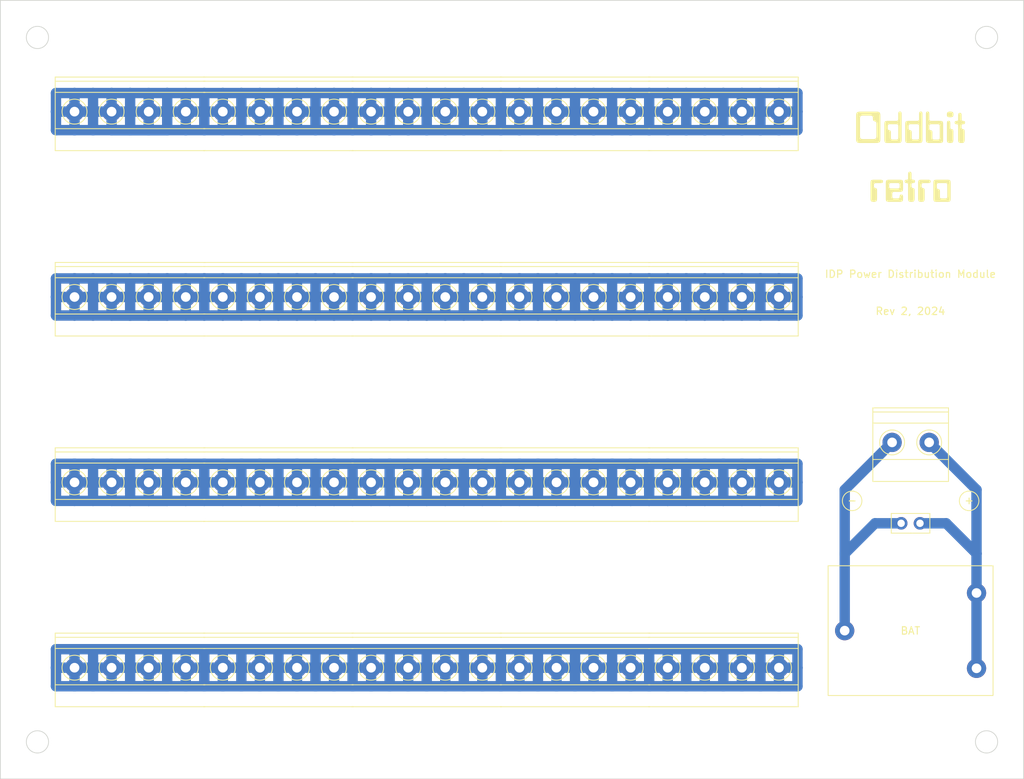
<source format=kicad_pcb>
(kicad_pcb (version 20221018) (generator pcbnew)
  (title_block (title "Partner Power Distribution Module") (company "Oddbit Retro"))
  (layers (0 "F.Cu" signal) (31 "B.Cu" signal) (34 "B.Paste" user) (35 "F.Paste" user) (36 "B.SilkS" user "B.Silkscreen") (37 "F.SilkS" user "F.Silkscreen") (38 "B.Mask" user) (39 "F.Mask" user) (44 "Edge.Cuts" user))
  (net 0 "")
  (footprint "TerminalBlock_Phoenix:TerminalBlock_Phoenix_MKDS-1,5-2-5.08_1x02_P5.08mm_Horizontal" (layer "F.Cu") (at 165.261521 92.11375 180)
    (fp_text reference "REF**" hide)
    (fp_text value "TerminalBlock_Phoenix_MKDS-1,5-2-5.00_1x02_P5mm_Horizontal" hide)
  )
  (footprint "Library:PARTNER_TerminalBlock_Phoenix_MKDS-1,5-4-5.08_1x04_P5.08mm_Horizontal" (layer "F.Cu") (at 125 97.501666 180)
    (fp_text reference "REF**" hide)
    (fp_text value "TerminalBlock_Phoenix_MKDS-1,5-4-5.00_1x04_P5mm_Horizontal" hide)
  )
  (footprint "Library:PARTNER_TerminalBlock_Phoenix_MKDS-1,5-4-5.08_1x04_P5.08mm_Horizontal" (layer "F.Cu") (at 125 72.503333 180)
    (fp_text reference "REF**" hide)
    (fp_text value "TerminalBlock_Phoenix_MKDS-1,5-4-5.00_1x04_P5mm_Horizontal" hide)
  )
  (footprint "Library:PARTNER_TerminalBlock_Phoenix_MKDS-1,5-4-5.08_1x04_P5.08mm_Horizontal" (layer "F.Cu") (at 105 122.5 180)
    (fp_text reference "REF**" hide)
    (fp_text value "TerminalBlock_Phoenix_MKDS-1,5-4-5.00_1x04_P5mm_Horizontal" hide)
  )
  (footprint "Library:PARTNER_TerminalBlock_Phoenix_MKDS-1,5-4-5.08_1x04_P5.08mm_Horizontal" (layer "F.Cu") (at 125 47.505 180)
    (fp_text reference "REF**" hide)
    (fp_text value "TerminalBlock_Phoenix_MKDS-1,5-4-5.00_1x04_P5mm_Horizontal" hide)
  )
  (footprint "Library:PARTNER_TerminalBlock_Phoenix_MKDS-1,5-4-5.08_1x04_P5.08mm_Horizontal" (layer "F.Cu") (at 145 47.505 180)
    (fp_text reference "REF**" hide)
    (fp_text value "TerminalBlock_Phoenix_MKDS-1,5-4-5.00_1x04_P5mm_Horizontal" hide)
  )
  (footprint "Library:PARTNER_TerminalBlock_Phoenix_MKDS-1,5-4-5.08_1x04_P5.08mm_Horizontal" (layer "F.Cu") (at 105 72.503333 180)
    (fp_text reference "REF**" hide)
    (fp_text value "TerminalBlock_Phoenix_MKDS-1,5-4-5.00_1x04_P5mm_Horizontal" hide)
  )
  (footprint "Connector_PinHeader_2.54mm:PinHeader_1x02_P2.54mm_Vertical" (layer "F.Cu") (at 161.481521 103.02375 90)
    (fp_text reference "REF**" hide)
    (fp_text value "PinHeader_1x02_P2.54mm_Vertical" hide)
  )
  (footprint "Library:PARTNER_TerminalBlock_Phoenix_MKDS-1,5-4-5.08_1x04_P5.08mm_Horizontal" (layer "F.Cu") (at 85 47.505 180)
    (fp_text reference "REF**" hide)
    (fp_text value "TerminalBlock_Phoenix_MKDS-1,5-4-5.00_1x04_P5mm_Horizontal" hide)
  )
  (footprint "Library:PARTNER_TerminalBlock_Phoenix_MKDS-1,5-4-5.08_1x04_P5.08mm_Horizontal" (layer "F.Cu") (at 65 47.505 180)
    (fp_text reference "REF**" hide)
    (fp_text value "TerminalBlock_Phoenix_MKDS-1,5-4-5.00_1x04_P5mm_Horizontal" hide)
  )
  (footprint "Library:PARTNER_TerminalBlock_Phoenix_MKDS-1,5-4-5.08_1x04_P5.08mm_Horizontal" (layer "F.Cu") (at 85 97.501666 180)
    (fp_text reference "REF**" hide)
    (fp_text value "TerminalBlock_Phoenix_MKDS-1,5-4-5.00_1x04_P5mm_Horizontal" hide)
  )
  (footprint "Library:PARTNER_TerminalBlock_Phoenix_MKDS-1,5-4-5.08_1x04_P5.08mm_Horizontal" (layer "F.Cu") (at 145 97.501666 180)
    (fp_text reference "REF**" hide)
    (fp_text value "TerminalBlock_Phoenix_MKDS-1,5-4-5.00_1x04_P5mm_Horizontal" hide)
  )
  (footprint "Library:PARTNER_TerminalBlock_Phoenix_MKDS-1,5-4-5.08_1x04_P5.08mm_Horizontal" (layer "F.Cu") (at 65 97.501666 180)
    (fp_text reference "REF**" hide)
    (fp_text value "TerminalBlock_Phoenix_MKDS-1,5-4-5.00_1x04_P5mm_Horizontal" hide)
  )
  (footprint "Library:PARTNER_TerminalBlock_Phoenix_MKDS-1,5-4-5.08_1x04_P5.08mm_Horizontal" (layer "F.Cu") (at 85 122.5 180)
    (fp_text reference "REF**" hide)
    (fp_text value "TerminalBlock_Phoenix_MKDS-1,5-4-5.00_1x04_P5mm_Horizontal" hide)
  )
  (footprint "Library:PARTNER_TerminalBlock_Phoenix_MKDS-1,5-4-5.08_1x04_P5.08mm_Horizontal" (layer "F.Cu") (at 145 122.5 180)
    (fp_text reference "REF**" hide)
    (fp_text value "TerminalBlock_Phoenix_MKDS-1,5-4-5.00_1x04_P5mm_Horizontal" hide)
  )
  (footprint "Partner:Partner_Molex_Mega-Fit_76829-0106_2x03_P5.70mm_Vertical" (layer "F.Cu") (at 153.866521 117.5 90)
    (fp_text reference "BAT" hide)
    (fp_text value "3.6V" hide)
  )
  (footprint "Library:PARTNER_TerminalBlock_Phoenix_MKDS-1,5-4-5.08_1x04_P5.08mm_Horizontal" (layer "F.Cu") (at 65 72.503333 180)
    (fp_text reference "REF**" hide)
    (fp_text value "TerminalBlock_Phoenix_MKDS-1,5-4-5.00_1x04_P5mm_Horizontal" hide)
  )
  (footprint "Library:PARTNER_TerminalBlock_Phoenix_MKDS-1,5-4-5.08_1x04_P5.08mm_Horizontal" (layer "F.Cu") (at 145 72.503333 180)
    (fp_text reference "REF**" hide)
    (fp_text value "TerminalBlock_Phoenix_MKDS-1,5-4-5.00_1x04_P5mm_Horizontal" hide)
  )
  (footprint "Library:PARTNER_TerminalBlock_Phoenix_MKDS-1,5-4-5.08_1x04_P5.08mm_Horizontal" (layer "F.Cu") (at 65 122.5 180)
    (fp_text reference "REF**" hide)
    (fp_text value "TerminalBlock_Phoenix_MKDS-1,5-4-5.00_1x04_P5mm_Horizontal" hide)
  )
  (footprint "Library:PARTNER_TerminalBlock_Phoenix_MKDS-1,5-4-5.08_1x04_P5.08mm_Horizontal" (layer "F.Cu") (at 105 47.505 180)
    (fp_text reference "REF**" hide)
    (fp_text value "TerminalBlock_Phoenix_MKDS-1,5-4-5.00_1x04_P5mm_Horizontal" hide)
  )
  (footprint "Library:PARTNER_TerminalBlock_Phoenix_MKDS-1,5-4-5.08_1x04_P5.08mm_Horizontal" (layer "F.Cu") (at 85 72.503333 180)
    (fp_text reference "REF**" hide)
    (fp_text value "TerminalBlock_Phoenix_MKDS-1,5-4-5.00_1x04_P5mm_Horizontal" hide)
  )
  (footprint "Library:PARTNER_TerminalBlock_Phoenix_MKDS-1,5-4-5.08_1x04_P5.08mm_Horizontal" (layer "F.Cu") (at 125 122.5 180)
    (fp_text reference "REF**" hide)
    (fp_text value "TerminalBlock_Phoenix_MKDS-1,5-4-5.00_1x04_P5mm_Horizontal" hide)
  )
  (footprint "Library:PARTNER_TerminalBlock_Phoenix_MKDS-1,5-4-5.08_1x04_P5.08mm_Horizontal" (layer "F.Cu") (at 105 97.501666 180)
    (fp_text reference "REF**" hide)
    (fp_text value "TerminalBlock_Phoenix_MKDS-1,5-4-5.00_1x04_P5mm_Horizontal" hide)
  )
  (gr_poly (pts (xy 158.700619 56.685096) (xy 158.749621 56.687205) (xy 158.772444 56.68882) (xy 158.794176 56.690822) (xy 158.814835 56.693222) (xy 158.834442 56.69603) (xy 158.853016 56.699257) (xy 158.870578 56.702913) (xy 158.887146 56.707009) (xy 158.902742 56.711555) (xy 158.917384 56.716561) (xy 158.931092 56.722037) (xy 158.943886 56.727995) (xy 158.955786 56.734445) (xy 158.966811 56.741397) (xy 158.976982 56.748862) (xy 158.986318 56.756849) (xy 158.994839 56.76537) (xy 159.002565 56.774434) (xy 159.009515 56.784053) (xy 159.01571 56.794237) (xy 159.021168 56.804995) (xy 159.02591 56.816339) (xy 159.029956 56.828279) (xy 159.033325 56.840826) (xy 159.036037 56.853989) (xy 159.038112 56.86778) (xy 159.03957 56.882208) (xy 159.04043 56.897284) (xy 159.040712 56.913019) (xy 159.03957 56.946003) (xy 159.036037 56.975984) (xy 159.033324 56.989885) (xy 159.029955 57.003081) (xy 159.025908 57.015586) (xy 159.021166 57.027416) (xy 159.015707 57.038585) (xy 159.009512 57.049109) (xy 159.002562 57.059003) (xy 158.994835 57.068282) (xy 158.986314 57.076961) (xy 158.976977 57.085055) (xy 158.966806 57.09258) (xy 158.95578 57.09955) (xy 158.94388 57.10598) (xy 158.931085 57.111886) (xy 158.902735 57.122186) (xy 158.870571 57.130569) (xy 158.834435 57.137157) (xy 158.79417 57.142071) (xy 158.749616 57.145431) (xy 158.700617 57.147358) (xy 158.647013 57.147974) (xy 158.151712 57.147974) (xy 158.100842 57.148614) (xy 158.05521 57.150714) (xy 158.014544 57.154544) (xy 157.995989 57.157192) (xy 157.978575 57.160373) (xy 157.962269 57.164122) (xy 157.947035 57.168472) (xy 157.932841 57.173457) (xy 157.919652 57.179111) (xy 157.907436 57.185467) (xy 157.896158 57.192559) (xy 157.885784 57.20042) (xy 157.876282 57.209085) (xy 157.867616 57.218587) (xy 157.859754 57.228961) (xy 157.852662 57.240238) (xy 157.846306 57.252455) (xy 157.840652 57.265643) (xy 157.835666 57.279837) (xy 157.831316 57.295071) (xy 157.827566 57.311378) (xy 157.824384 57.328792) (xy 157.821736 57.347347) (xy 157.817905 57.388014) (xy 157.815805 57.433649) (xy 157.815165 57.484522) (xy 157.815165 57.516321) (xy 157.815495 57.552588) (xy 157.816615 57.585371) (xy 157.818722 57.614902) (xy 157.822009 57.641413) (xy 157.824157 57.653609) (xy 157.826674 57.665136) (xy 157.829583 57.676025) (xy 157.83291 57.686304) (xy 157.836678 57.696001) (xy 157.840913 57.705147) (xy 157.845639 57.71377) (xy 157.85088 57.721899) (xy 157.85666 57.729562) (xy 157.863004 57.73679) (xy 157.869937 57.743611) (xy 157.877482 57.750054) (xy 157.885665 57.756147) (xy 157.894509 57.761921) (xy 157.904039 57.767404) (xy 157.91428 57.772624) (xy 157.925255 57.777612) (xy 157.93699 57.782395) (xy 157.962836 57.791466) (xy 157.992012 57.800069) (xy 158.024714 57.808435) (xy 158.056365 57.818007) (xy 158.084762 57.827876) (xy 158.110071 57.838342) (xy 158.13246 57.849701) (xy 158.142611 57.855809) (xy 158.152095 57.862251) (xy 158.160933 57.869066) (xy 158.169146 57.87629) (xy 158.176753 57.883961) (xy 158.183777 57.892115) (xy 158.190239 57.900791) (xy 158.196158 57.910024) (xy 158.201557 57.919853) (xy 158.206456 57.930315) (xy 158.210876 57.941446) (xy 158.214838 57.953284) (xy 158.22147 57.97923) (xy 158.226522 58.008451) (xy 158.230159 58.041243) (xy 158.232551 58.077904) (xy 158.233862 58.118733) (xy 158.234262 58.164026) (xy 158.234262 59.135523) (xy 158.233321 59.214838) (xy 158.230306 59.28634) (xy 158.224928 59.350399) (xy 158.221263 59.379754) (xy 158.216899 59.407387) (xy 158.2118 59.433347) (xy 158.20593 59.457678) (xy 158.199254 59.480428) (xy 158.191734 59.501643) (xy 158.183335 59.52137) (xy 158.174022 59.539654) (xy 158.163757 59.556544) (xy 158.152505 59.572084) (xy 158.14023 59.586322) (xy 158.126895 59.599305) (xy 158.112466 59.611078) (xy 158.096905 59.621688) (xy 158.080176 59.631183) (xy 158.062245 59.639607) (xy 158.043073 59.647009) (xy 158.022627 59.653433) (xy 158.000868 59.658928) (xy 157.977762 59.663539) (xy 157.953273 59.667313) (xy 157.927364 59.670297) (xy 157.871142 59.674079) (xy 157.808809 59.675256) (xy 157.737746 59.674358) (xy 157.674302 59.671338) (xy 157.618058 59.665715) (xy 157.592505 59.661776) (xy 157.568596 59.657004) (xy 157.546276 59.651339) (xy 157.525496 59.644721) (xy 157.506201 59.637089) (xy 157.48834 59.628383) (xy 157.47186 59.618542) (xy 157.45671 59.607506) (xy 157.442836 59.595214) (xy 157.430186 59.581606) (xy 157.418709 59.566621) (xy 157.408351 59.550199) (xy 157.399061 59.532279) (xy 157.390786 59.512801) (xy 157.383473 59.491705) (xy 157.377071 59.468929) (xy 157.371527 59.444414) (xy 157.366789 59.418099) (xy 157.35952 59.359827) (xy 157.354847 59.29363) (xy 157.35235 59.219023) (xy 157.35161 59.135523) (xy 157.35161 57.18606) (xy 157.352427 57.108238) (xy 157.35517 57.038736) (xy 157.360275 56.977101) (xy 157.36385 56.94909) (xy 157.36818 56.922875) (xy 157.373319 56.898399) (xy 157.379322 56.875604) (xy 157.386243 56.854435) (xy 157.394138 56.834833) (xy 157.40306 56.816742) (xy 157.413065 56.800106) (xy 157.424208 56.784866) (xy 157.436542 56.770967) (xy 157.450122 56.758351) (xy 157.465004 56.746962) (xy 157.481241 56.736742) (xy 157.498888 56.727635) (xy 157.518001 56.719583) (xy 157.538634 56.712531) (xy 157.56084 56.70642) (xy 157.584676 56.701193) (xy 157.610195 56.696795) (xy 157.637453 56.693168) (xy 157.697402 56.688) (xy 157.764959 56.685233) (xy 157.840563 56.684412) (xy 158.647013 56.684412)) (fill solid) (layer "F.SilkS"))
  (gr_poly (pts (xy 161.329279 56.685293) (xy 161.397615 56.688057) (xy 161.458099 56.693222) (xy 161.485543 56.696846) (xy 161.511198 56.701242) (xy 161.535123 56.706465) (xy 161.557375 56.712573) (xy 161.578014 56.719623) (xy 161.597097 56.727672) (xy 161.614682 56.736776) (xy 161.630828 56.746993) (xy 161.645593 56.75838) (xy 161.659034 56.770994) (xy 161.67121 56.784891) (xy 161.682179 56.800129) (xy 161.691999 56.816764) (xy 161.700729 56.834854) (xy 161.708426 56.854455) (xy 161.715149 56.875625) (xy 161.720956 56.89842) (xy 161.725904 56.922897) (xy 161.73346 56.977128) (xy 161.738281 57.038771) (xy 161.740832 57.108284) (xy 161.741579 57.186121) (xy 161.741671 57.840265) (xy 161.740784 57.913775) (xy 161.737851 57.979779) (xy 161.732461 58.038658) (xy 161.728718 58.065544) (xy 161.724207 58.090793) (xy 161.718878 58.114451) (xy 161.712679 58.136565) (xy 161.705559 58.157185) (xy 161.697467 58.176357) (xy 161.688352 58.194129) (xy 161.678163 58.210549) (xy 161.666848 58.225664) (xy 161.654356 58.239523) (xy 161.640637 58.252172) (xy 161.625638 58.263659) (xy 161.609309 58.274033) (xy 161.5916 58.283341) (xy 161.572457 58.291629) (xy 161.551831 58.298948) (xy 161.52967 58.305342) (xy 161.505924 58.310862) (xy 161.48054 58.315553) (xy 161.453468 58.319464) (xy 161.394055 58.325137) (xy 161.327274 58.328261) (xy 161.252718 58.329218) (xy 160.624071 58.329218) (xy 160.573201 58.329858) (xy 160.527568 58.331958) (xy 160.486902 58.335788) (xy 160.468348 58.338436) (xy 160.450934 58.341617) (xy 160.434627 58.345366) (xy 160.419394 58.349716) (xy 160.405199 58.354701) (xy 160.392011 58.360355) (xy 160.379795 58.366711) (xy 160.368517 58.373802) (xy 160.358143 58.381664) (xy 160.34864 58.390329) (xy 160.339975 58.399831) (xy 160.332113 58.410204) (xy 160.325021 58.421482) (xy 160.318665 58.433699) (xy 160.313011 58.446887) (xy 160.308025 58.461081) (xy 160.303675 58.476315) (xy 160.299925 58.492622) (xy 160.296743 58.510036) (xy 160.294095 58.528591) (xy 160.290264 58.569258) (xy 160.288164 58.614893) (xy 160.287523 58.665765) (xy 160.287523 58.868951) (xy 160.288026 58.922952) (xy 160.289756 58.970909) (xy 160.293049 59.013175) (xy 160.295386 59.032284) (xy 160.298239 59.050103) (xy 160.301651 59.066676) (xy 160.305662 59.082047) (xy 160.310315 59.09626) (xy 160.315652 59.10936) (xy 160.321715 59.12139) (xy 160.328545 59.132395) (xy 160.336184 59.142419) (xy 160.344674 59.151506) (xy 160.354057 59.1597) (xy 160.364375 59.167046) (xy 160.37567 59.173587) (xy 160.387984 59.179367) (xy 160.401357 59.184431) (xy 160.415833 59.188824) (xy 160.431453 59.192588) (xy 160.44826 59.195769) (xy 160.485597 59.200556) (xy 160.528181 59.203538) (xy 160.576346 59.205068) (xy 160.630426 59.205499) (xy 161.005075 59.205499) (xy 161.039325 59.204892) (xy 161.070712 59.20302) (xy 161.085367 59.201586) (xy 161.099347 59.199808) (xy 161.112668 59.197677) (xy 161.125342 59.195183) (xy 161.137383 59.192318) (xy 161.148806 59.18907) (xy 161.159625 59.185433) (xy 161.169853 59.181395) (xy 161.179504 59.176948) (xy 161.188593 59.172082) (xy 161.197132 59.166789) (xy 161.205136 59.161058) (xy 161.212619 59.154881) (xy 161.219595 59.148248) (xy 161.226078 59.14115) (xy 161.232081 59.133577) (xy 161.237618 59.125521) (xy 161.242704 59.116972) (xy 161.247352 59.10792) (xy 161.251576 59.098357) (xy 161.25539 59.088273) (xy 161.258808 59.077658) (xy 161.261844 59.066504) (xy 161.264511 59.054801) (xy 161.266824 59.042539) (xy 161.268797 59.029711) (xy 161.271776 59.002313) (xy 161.28438 58.894312) (xy 161.287504 58.868863) (xy 161.289622 58.856703) (xy 161.292108 58.844922) (xy 161.294962 58.833523) (xy 161.298181 58.822507) (xy 161.301766 58.811877) (xy 161.305715 58.801635) (xy 161.310027 58.791785) (xy 161.3147 58.782327) (xy 161.319734 58.773265) (xy 161.325127 58.7646) (xy 161.330878 58.756335) (xy 161.336985 58.748473) (xy 161.343449 58.741015) (xy 161.350267 58.733965) (xy 161.357439 58.727323) (xy 161.364963 58.721093) (xy 161.372838 58.715278) (xy 161.381063 58.709878) (xy 161.389637 58.704897) (xy 161.398558 58.700337) (xy 161.407826 58.6962) (xy 161.417439 58.692489) (xy 161.427396 58.689206) (xy 161.437696 58.686353) (xy 161.448338 58.683933) (xy 161.45932 58.681947) (xy 161.470642 58.680398) (xy 161.482302 58.67929) (xy 161.494299 58.678623) (xy 161.506632 58.6784) (xy 161.536476 58.679596) (xy 161.550572 58.681099) (xy 161.564125 58.683212) (xy 161.577138 58.685938) (xy 161.589616 58.689282) (xy 161.601565 58.69325) (xy 161.612988 58.697846) (xy 161.62389 58.703074) (xy 161.634276 58.708939) (xy 161.64415 58.715446) (xy 161.653518 58.7226) (xy 161.662383 58.730405) (xy 161.670751 58.738865) (xy 161.678626 58.747986) (xy 161.686012 58.757772) (xy 161.692915 58.768228) (xy 161.699339 58.779358) (xy 161.705289 58.791167) (xy 161.710769 58.80366) (xy 161.715783 58.816842) (xy 161.720338 58.830716) (xy 161.728084 58.860562) (xy 161.734044 58.893237) (xy 161.738255 58.928776) (xy 161.740754 58.967218) (xy 161.741579 59.0086) (xy 161.741579 59.186395) (xy 161.740692 59.260962) (xy 161.737759 59.327749) (xy 161.73237 59.387168) (xy 161.728627 59.414242) (xy 161.724116 59.439627) (xy 161.718787 59.463374) (xy 161.712588 59.485536) (xy 161.705468 59.506162) (xy 161.697376 59.525304) (xy 161.688261 59.543013) (xy 161.678071 59.559341) (xy 161.666756 59.574338) (xy 161.654264 59.588056) (xy 161.640545 59.600546) (xy 161.625547 59.61186) (xy 161.609218 59.622047) (xy 161.591508 59.631161) (xy 161.572366 59.639251) (xy 161.55174 59.646369) (xy 161.529579 59.652566) (xy 161.505832 59.657893) (xy 161.480448 59.662402) (xy 161.453376 59.666144) (xy 161.393963 59.67153) (xy 161.327183 59.674462) (xy 161.252626 59.675348) (xy 159.90008 59.675348) (xy 159.825525 59.674461) (xy 159.758745 59.671528) (xy 159.699333 59.666139) (xy 159.672261 59.662395) (xy 159.646877 59.657885) (xy 159.623131 59.652555) (xy 159.60097 59.646356) (xy 159.580344 59.639237) (xy 159.561202 59.631145) (xy 159.543492 59.622029) (xy 159.527163 59.61184) (xy 159.512164 59.600525) (xy 159.498445 59.588033) (xy 159.485953 59.574314) (xy 159.474638 59.559315) (xy 159.464448 59.542987) (xy 159.455332 59.525277) (xy 159.44724 59.506134) (xy 159.44012 59.485509) (xy 159.433921 59.463348) (xy 159.428591 59.439601) (xy 159.42408 59.414217) (xy 159.420337 59.387145) (xy 159.414948 59.327732) (xy 159.412014 59.260952) (xy 159.411127 59.186395) (xy 159.411127 57.522699) (xy 159.874682 57.522699) (xy 159.875112 57.577817) (xy 159.876641 57.626751) (xy 159.87962 57.669865) (xy 159.884404 57.70752) (xy 159.887583 57.724414) (xy 159.891346 57.740079) (xy 159.895737 57.754561) (xy 159.9008 57.767905) (xy 159.906579 57.780157) (xy 159.913118 57.791361) (xy 159.920462 57.801563) (xy 159.928655 57.810808) (xy 159.93774 57.819142) (xy 159.947763 57.826609) (xy 159.958768 57.833256) (xy 159.970797 57.839128) (xy 159.983897 57.844269) (xy 159.99811 57.848725) (xy 160.013482 57.852542) (xy 160.030055 57.855765) (xy 160.066986 57.860609) (xy 160.109257 57.863621) (xy 160.15722 57.865161) (xy 160.211229 57.865595) (xy 160.941477 57.865595) (xy 160.993394 57.865022) (xy 161.039804 57.863101) (xy 161.081005 57.859524) (xy 161.099746 57.857019) (xy 161.117295 57.853984) (xy 161.133691 57.850382) (xy 161.148971 57.846174) (xy 161.163171 57.841323) (xy 161.17633 57.835788) (xy 161.188484 57.829533) (xy 161.199671 57.822519) (xy 161.209927 57.814707) (xy 161.219291 57.806059) (xy 161.227799 57.796536) (xy 161.235488 57.786101) (xy 161.242395 57.774715) (xy 161.248559 57.76234) (xy 161.254016 57.748937) (xy 161.258803 57.734468) (xy 161.262957 57.718894) (xy 161.266517 57.702177) (xy 161.269518 57.684279) (xy 161.271998 57.665162) (xy 161.275545 57.623115) (xy 161.277454 57.57573) (xy 161.278025 57.522699) (xy 161.278025 57.478296) (xy 161.277454 57.426372) (xy 161.275544 57.379957) (xy 161.271997 57.338753) (xy 161.269517 57.320012) (xy 161.266516 57.302462) (xy 161.262956 57.286065) (xy 161.258801 57.270785) (xy 161.254014 57.256585) (xy 161.248557 57.243426) (xy 161.242393 57.231272) (xy 161.235485 57.220086) (xy 161.227796 57.20983) (xy 161.219288 57.200468) (xy 161.209924 57.191961) (xy 161.199668 57.184273) (xy 161.188481 57.177366) (xy 161.176327 57.171204) (xy 161.163168 57.165748) (xy 161.148967 57.160962) (xy 161.133688 57.156809) (xy 161.117292 57.153251) (xy 161.099742 57.150251) (xy 161.081003 57.147772) (xy 161.039802 57.144227) (xy 160.993393 57.142318) (xy 160.941477 57.141748) (xy 160.211229 57.141748) (xy 160.157222 57.142179) (xy 160.109261 57.143707) (xy 160.066992 57.146686) (xy 160.030062 57.15147) (xy 160.013488 57.154649) (xy 159.998117 57.158411) (xy 159.983904 57.162802) (xy 159.970804 57.167864) (xy 159.958774 57.173643) (xy 159.94777 57.180182) (xy 159.937746 57.187526) (xy 159.92866 57.195718) (xy 159.920467 57.204804) (xy 159.913123 57.214827) (xy 159.906583 57.225831) (xy 159.900804 57.237861) (xy 159.89574 57.25096) (xy 159.891349 57.265173) (xy 159.887586 57.280545) (xy 159.884406 57.297119) (xy 159.879622 57.33405) (xy 159.876642 57.376321) (xy 159.875113 57.424285) (xy 159.874682 57.478296) (xy 159.874682 57.522699) (xy 159.411127 57.522699) (xy 159.411127 57.186121) (xy 159.411944 57.108299) (xy 159.414687 57.038797) (xy 159.419792 56.977162) (xy 159.423367 56.949151) (xy 159.427697 56.922936) (xy 159.432836 56.89846) (xy 159.438839 56.875665) (xy 159.44576 56.854496) (xy 159.453655 56.834894) (xy 159.462577 56.816803) (xy 159.472582 56.800167) (xy 159.483725 56.784927) (xy 159.496058 56.771028) (xy 159.509639 56.758412) (xy 159.52452 56.747023) (xy 159.540758 56.736803) (xy 159.558405 56.727696) (xy 159.577518 56.719644) (xy 159.59815 56.712592) (xy 159.620357 56.706481) (xy 159.644193 56.701255) (xy 159.669712 56.696856) (xy 159.69697 56.693229) (xy 159.756918 56.688061) (xy 159.824476 56.685294) (xy 159.90008 56.684473) (xy 161.252626 56.684473)) (fill solid) (layer "F.SilkS"))
  (gr_poly (pts (xy 161.348039 47.49075) (xy 161.37802 47.494082) (xy 161.405118 47.49985) (xy 161.417623 47.503703) (xy 161.429453 47.508232) (xy 161.440622 47.513459) (xy 161.451146 47.519405) (xy 161.461039 47.526093) (xy 161.470318 47.533544) (xy 161.478997 47.541782) (xy 161.48709 47.550828) (xy 161.494614 47.560704) (xy 161.501584 47.571432) (xy 161.508014 47.583034) (xy 161.513919 47.595533) (xy 161.519315 47.60895) (xy 161.524217 47.623308) (xy 161.5326 47.654934) (xy 161.539187 47.690587) (xy 161.544099 47.730444) (xy 161.547459 47.774683) (xy 161.549385 47.823478) (xy 161.550001 47.877008) (xy 161.550001 51.248865) (xy 161.548908 51.319242) (xy 161.545425 51.38292) (xy 161.539244 51.440198) (xy 161.535046 51.466529) (xy 161.530058 51.491372) (xy 161.524243 51.514763) (xy 161.517561 51.536741) (xy 161.509975 51.557341) (xy 161.501446 51.576602) (xy 161.491936 51.59456) (xy 161.481406 51.611253) (xy 161.469818 51.626718) (xy 161.457133 51.640993) (xy 161.443314 51.654114) (xy 161.428321 51.666118) (xy 161.412117 51.677044) (xy 161.394663 51.686927) (xy 161.37592 51.695806) (xy 161.355851 51.703718) (xy 161.334417 51.710699) (xy 161.311579 51.716788) (xy 161.2873 51.722021) (xy 161.26154 51.726435) (xy 161.205427 51.732957) (xy 161.142933 51.736652) (xy 161.073751 51.737817) (xy 159.708502 51.737817) (xy 159.633946 51.736931) (xy 159.567167 51.733997) (xy 159.507754 51.728608) (xy 159.480683 51.724865) (xy 159.455299 51.720354) (xy 159.431552 51.715025) (xy 159.409392 51.708826) (xy 159.388766 51.701706) (xy 159.369623 51.693614) (xy 159.351913 51.684499) (xy 159.335585 51.674309) (xy 159.320586 51.662994) (xy 159.306866 51.650503) (xy 159.294375 51.636783) (xy 159.283059 51.621785) (xy 159.27287 51.605456) (xy 159.263754 51.587746) (xy 159.255662 51.568604) (xy 159.248542 51.547978) (xy 159.242343 51.525817) (xy 159.237013 51.502071) (xy 159.232502 51.476687) (xy 159.228759 51.449615) (xy 159.223369 51.390201) (xy 159.220436 51.323421) (xy 159.219549 51.248865) (xy 159.219549 49.7185) (xy 159.683096 49.7185) (xy 159.683496 49.754767) (xy 159.684807 49.787549) (xy 159.687197 49.817081) (xy 159.688849 49.830699) (xy 159.690834 49.843592) (xy 159.693172 49.855788) (xy 159.695885 49.867315) (xy 159.698993 49.878204) (xy 159.702517 49.888483) (xy 159.706478 49.89818) (xy 159.710897 49.907326) (xy 159.715796 49.915949) (xy 159.721194 49.924078) (xy 159.727113 49.931741) (xy 159.733574 49.938969) (xy 159.740598 49.94579) (xy 159.748206 49.952233) (xy 159.756418 49.958326) (xy 159.765256 49.9641) (xy 159.77474 49.969583) (xy 159.784892 49.974803) (xy 159.795732 49.979791) (xy 159.807281 49.984574) (xy 159.832592 49.993645) (xy 159.86099 50.002248) (xy 159.892645 50.010614) (xy 159.924296 50.020185) (xy 159.952693 50.030055) (xy 159.978002 50.040521) (xy 160.000391 50.05188) (xy 160.010542 50.057988) (xy 160.020027 50.06443) (xy 160.028864 50.071245) (xy 160.037077 50.078469) (xy 160.044684 50.08614) (xy 160.051708 50.094294) (xy 160.05817 50.10297) (xy 160.06409 50.112203) (xy 160.069488 50.122032) (xy 160.074387 50.132494) (xy 160.078807 50.143625) (xy 160.082769 50.155463) (xy 160.089401 50.181409) (xy 160.094453 50.21063) (xy 160.098091 50.243422) (xy 160.100482 50.280083) (xy 160.101793 50.320912) (xy 160.102194 50.366205) (xy 160.102194 50.937708) (xy 160.102626 50.991708) (xy 160.104166 51.039665) (xy 160.107175 51.081931) (xy 160.112017 51.118859) (xy 160.115238 51.135432) (xy 160.119054 51.150803) (xy 160.123509 51.165016) (xy 160.128649 51.178116) (xy 160.134519 51.190146) (xy 160.141165 51.201151) (xy 160.148631 51.211175) (xy 160.156964 51.220262) (xy 160.166208 51.228456) (xy 160.17641 51.235802) (xy 160.187613 51.242343) (xy 160.199864 51.248123) (xy 160.213208 51.253188) (xy 160.227691 51.25758) (xy 160.243357 51.261344) (xy 160.260252 51.264525) (xy 160.29791 51.269312) (xy 160.341029 51.272294) (xy 160.38997 51.273824) (xy 160.445097 51.274255) (xy 160.749899 51.274255) (xy 160.801887 51.273685) (xy 160.848499 51.271776) (xy 160.890014 51.268229) (xy 160.908947 51.265749) (xy 160.92671 51.262748) (xy 160.943338 51.259189) (xy 160.958866 51.255035) (xy 160.973329 51.250248) (xy 160.986763 51.244792) (xy 160.9992 51.238628) (xy 161.010677 51.231721) (xy 161.021229 51.224032) (xy 161.03089 51.215524) (xy 161.039695 51.206161) (xy 161.04768 51.195905) (xy 161.054878 51.184718) (xy 161.061325 51.172564) (xy 161.067056 51.159405) (xy 161.072106 51.145205) (xy 161.076509 51.129925) (xy 161.080301 51.113529) (xy 161.083515 51.095979) (xy 161.086188 51.077239) (xy 161.090049 51.036037) (xy 161.09216 50.989626) (xy 161.092802 50.937708) (xy 161.092802 49.540704) (xy 161.092794 49.540704) (xy 161.092224 49.488781) (xy 161.090314 49.442366) (xy 161.086767 49.401162) (xy 161.084286 49.38242) (xy 161.081285 49.36487) (xy 161.077726 49.348474) (xy 161.073571 49.333194) (xy 161.068784 49.318993) (xy 161.063327 49.305835) (xy 161.057163 49.293681) (xy 161.050255 49.282495) (xy 161.042565 49.272239) (xy 161.034057 49.262876) (xy 161.024694 49.254369) (xy 161.014437 49.246681) (xy 161.00325 49.239775) (xy 160.991096 49.233612) (xy 160.977937 49.228156) (xy 160.963737 49.223371) (xy 160.948457 49.219217) (xy 160.932061 49.215659) (xy 160.914512 49.212659) (xy 160.895772 49.21018) (xy 160.854572 49.206635) (xy 160.808162 49.204727) (xy 160.756246 49.204157) (xy 160.019643 49.204157) (xy 159.968774 49.204797) (xy 159.923141 49.206898) (xy 159.882475 49.210729) (xy 159.86392 49.213378) (xy 159.846507 49.21656) (xy 159.8302 49.22031) (xy 159.814966 49.224661) (xy 159.800772 49.229647) (xy 159.787583 49.235302) (xy 159.775367 49.241659) (xy 159.764089 49.248751) (xy 159.753715 49.256614) (xy 159.744213 49.265279) (xy 159.735547 49.274782) (xy 159.727685 49.285156) (xy 159.720593 49.296434) (xy 159.714237 49.308651) (xy 159.708583 49.321839) (xy 159.703598 49.336034) (xy 159.699247 49.351267) (xy 159.695497 49.367574) (xy 159.692315 49.384987) (xy 159.689667 49.403541) (xy 159.685836 49.444206) (xy 159.683736 49.489837) (xy 159.683096 49.540704) (xy 159.683096 49.7185) (xy 159.219549 49.7185) (xy 159.219549 49.242273) (xy 159.220366 49.165568) (xy 159.223108 49.097045) (xy 159.228213 49.036257) (xy 159.231789 49.008624) (xy 159.236118 48.982758) (xy 159.241257 48.958603) (xy 159.24726 48.936103) (xy 159.254182 48.915202) (xy 159.262077 48.895844) (xy 159.270999 48.877975) (xy 159.281004 48.861537) (xy 159.292146 48.846476) (xy 159.30448 48.832735) (xy 159.318061 48.820259) (xy 159.332942 48.808992) (xy 159.349179 48.798878) (xy 159.366827 48.789861) (xy 159.38594 48.781887) (xy 159.406572 48.774898) (xy 159.428779 48.768839) (xy 159.452615 48.763655) (xy 159.478134 48.75929) (xy 159.505392 48.755688) (xy 159.56534 48.750549) (xy 159.632898 48.747792) (xy 159.708502 48.746973) (xy 160.794355 48.746973) (xy 160.836352 48.746204) (xy 160.87436 48.743797) (xy 160.908553 48.739605) (xy 160.924276 48.736793) (xy 160.939111 48.733478) (xy 160.953081 48.729642) (xy 160.966208 48.725267) (xy 160.978514 48.720333) (xy 160.990022 48.714823) (xy 161.000753 48.708718) (xy 161.010729 48.701998) (xy 161.019973 48.694646) (xy 161.028507 48.686643) (xy 161.036352 48.67797) (xy 161.043531 48.668609) (xy 161.050066 48.658541) (xy 161.055979 48.647747) (xy 161.061292 48.63621) (xy 161.066027 48.623909) (xy 161.070206 48.610827) (xy 161.073852 48.596945) (xy 161.076986 48.582244) (xy 161.07963 48.566707) (xy 161.083539 48.533045) (xy 161.085755 48.495812) (xy 161.086454 48.454858) (xy 161.086454 47.877008) (xy 161.087138 47.823463) (xy 161.089244 47.774656) (xy 161.090857 47.751974) (xy 161.092857 47.73041) (xy 161.095255 47.709943) (xy 161.098061 47.690549) (xy 161.101285 47.672206) (xy 161.104939 47.654893) (xy 161.109032 47.638588) (xy 161.113574 47.623268) (xy 161.118578 47.608911) (xy 161.124052 47.595495) (xy 161.130008 47.582998) (xy 161.136455 47.571397) (xy 161.143405 47.560672) (xy 161.150868 47.550798) (xy 161.158854 47.541755) (xy 161.167373 47.53352) (xy 161.176437 47.526071) (xy 161.186056 47.519386) (xy 161.19624 47.513443) (xy 161.206999 47.508219) (xy 161.218345 47.503693) (xy 161.230287 47.499842) (xy 161.242836 47.496645) (xy 161.256002 47.494078) (xy 161.269797 47.49212) (xy 161.28423 47.490749) (xy 161.299312 47.489943) (xy 161.315054 47.489679)) (fill solid) (layer "F.SilkS"))
  (gr_poly (pts (xy 165.120472 56.685096) (xy 165.169474 56.687205) (xy 165.192297 56.68882) (xy 165.214029 56.690822) (xy 165.234688 56.693222) (xy 165.254295 56.69603) (xy 165.27287 56.699257) (xy 165.290431 56.702913) (xy 165.307 56.707009) (xy 165.322595 56.711555) (xy 165.337237 56.716561) (xy 165.350945 56.722037) (xy 165.363739 56.727995) (xy 165.375639 56.734445) (xy 165.386665 56.741397) (xy 165.396835 56.748862) (xy 165.406172 56.756849) (xy 165.414693 56.76537) (xy 165.422418 56.774434) (xy 165.429368 56.784053) (xy 165.435563 56.794237) (xy 165.441021 56.804995) (xy 165.445763 56.816339) (xy 165.449809 56.828279) (xy 165.453178 56.840826) (xy 165.45589 56.853989) (xy 165.457965 56.86778) (xy 165.459423 56.882208) (xy 165.460283 56.897284) (xy 165.460566 56.913019) (xy 165.459423 56.946003) (xy 165.45589 56.975984) (xy 165.453177 56.989885) (xy 165.449808 57.003081) (xy 165.445762 57.015586) (xy 165.441019 57.027416) (xy 165.43556 57.038585) (xy 165.429365 57.049109) (xy 165.422415 57.059003) (xy 165.414689 57.068282) (xy 165.406167 57.076961) (xy 165.396831 57.085055) (xy 165.386659 57.09258) (xy 165.375633 57.09955) (xy 165.363733 57.10598) (xy 165.350939 57.111886) (xy 165.322588 57.122186) (xy 165.290424 57.130569) (xy 165.254289 57.137157) (xy 165.214023 57.142071) (xy 165.16947 57.145431) (xy 165.12047 57.147358) (xy 165.066866 57.147974) (xy 164.571566 57.147974) (xy 164.520696 57.148614) (xy 164.475063 57.150714) (xy 164.434397 57.154544) (xy 164.415843 57.157192) (xy 164.398429 57.160373) (xy 164.382122 57.164122) (xy 164.366888 57.168472) (xy 164.352694 57.173457) (xy 164.339505 57.179111) (xy 164.327289 57.185467) (xy 164.316011 57.192559) (xy 164.305638 57.20042) (xy 164.296135 57.209085) (xy 164.28747 57.218587) (xy 164.279608 57.228961) (xy 164.272515 57.240238) (xy 164.266159 57.252455) (xy 164.260505 57.265643) (xy 164.25552 57.279837) (xy 164.251169 57.295071) (xy 164.24742 57.311378) (xy 164.244238 57.328792) (xy 164.241589 57.347347) (xy 164.237759 57.388014) (xy 164.235658 57.433649) (xy 164.235018 57.484522) (xy 164.235018 57.516321) (xy 164.235348 57.552588) (xy 164.236468 57.585371) (xy 164.238575 57.614902) (xy 164.241863 57.641413) (xy 164.24401 57.653609) (xy 164.246527 57.665136) (xy 164.249436 57.676025) (xy 164.252763 57.686304) (xy 164.256532 57.696001) (xy 164.260767 57.705147) (xy 164.265492 57.71377) (xy 164.270733 57.721899) (xy 164.276513 57.729562) (xy 164.282857 57.73679) (xy 164.28979 57.743611) (xy 164.297335 57.750054) (xy 164.305518 57.756147) (xy 164.314362 57.761921) (xy 164.323892 57.767404) (xy 164.334133 57.772624) (xy 164.345109 57.777612) (xy 164.356844 57.782395) (xy 164.382689 57.791466) (xy 164.411865 57.800069) (xy 164.444567 57.808435) (xy 164.476222 57.818007) (xy 164.504622 57.827876) (xy 164.529933 57.838342) (xy 164.552323 57.849701) (xy 164.562474 57.855809) (xy 164.571959 57.862251) (xy 164.580797 57.869066) (xy 164.589009 57.87629) (xy 164.596616 57.883961) (xy 164.60364 57.892115) (xy 164.610101 57.900791) (xy 164.61602 57.910024) (xy 164.621418 57.919853) (xy 164.626317 57.930315) (xy 164.630736 57.941446) (xy 164.634697 57.953284) (xy 164.641328 57.97923) (xy 164.646378 58.008451) (xy 164.650015 58.041243) (xy 164.652405 58.077904) (xy 164.653716 58.118733) (xy 164.654116 58.164026) (xy 164.654116 59.135523) (xy 164.653175 59.214838) (xy 164.650159 59.28634) (xy 164.644781 59.350399) (xy 164.641116 59.379754) (xy 164.636752 59.407387) (xy 164.631653 59.433347) (xy 164.625784 59.457678) (xy 164.619107 59.480428) (xy 164.611587 59.501643) (xy 164.603189 59.52137) (xy 164.593875 59.539654) (xy 164.58361 59.556544) (xy 164.572358 59.572084) (xy 164.560083 59.586322) (xy 164.546749 59.599305) (xy 164.532319 59.611078) (xy 164.516758 59.621688) (xy 164.50003 59.631183) (xy 164.482098 59.639607) (xy 164.462927 59.647009) (xy 164.44248 59.653433) (xy 164.420721 59.658928) (xy 164.397616 59.663539) (xy 164.373126 59.667313) (xy 164.347217 59.670297) (xy 164.290995 59.674079) (xy 164.228663 59.675256) (xy 164.157603 59.674358) (xy 164.094162 59.671338) (xy 164.03792 59.665715) (xy 164.012368 59.661776) (xy 163.988458 59.657004) (xy 163.96614 59.651339) (xy 163.945359 59.644721) (xy 163.926064 59.637089) (xy 163.908203 59.628383) (xy 163.891723 59.618542) (xy 163.876572 59.607506) (xy 163.862698 59.595214) (xy 163.850048 59.581606) (xy 163.83857 59.566621) (xy 163.828212 59.550199) (xy 163.818921 59.532279) (xy 163.810645 59.512801) (xy 163.803332 59.491705) (xy 163.796929 59.468929) (xy 163.791384 59.444414) (xy 163.786645 59.418099) (xy 163.779375 59.359827) (xy 163.774701 59.29363) (xy 163.772203 59.219023) (xy 163.771463 59.135523) (xy 163.771463 57.18606) (xy 163.77228 57.108238) (xy 163.775023 57.038736) (xy 163.780128 56.977101) (xy 163.783703 56.94909) (xy 163.788033 56.922875) (xy 163.793172 56.898399) (xy 163.799175 56.875604) (xy 163.806096 56.854435) (xy 163.813991 56.834833) (xy 163.822914 56.816742) (xy 163.832919 56.800106) (xy 163.844061 56.784866) (xy 163.856395 56.770967) (xy 163.869975 56.758351) (xy 163.884857 56.746962) (xy 163.901094 56.736742) (xy 163.918742 56.727635) (xy 163.937854 56.719583) (xy 163.958487 56.712531) (xy 163.980693 56.70642) (xy 164.004529 56.701193) (xy 164.030048 56.696795) (xy 164.057306 56.693168) (xy 164.117255 56.688) (xy 164.184812 56.685233) (xy 164.260416 56.684412) (xy 165.066866 56.684412)) (fill solid) (layer "F.SilkS"))
  (gr_circle (center 154.871521 100) (end 156.187454 100) (stroke (width 0.12)) (fill none) (layer "F.SilkS"))
  (gr_poly (pts (xy 167.912859 48.735318) (xy 167.942065 48.73865) (xy 167.968628 48.744418) (xy 167.980948 48.748271) (xy 167.992643 48.7528) (xy 168.003723 48.758027) (xy 168.014201 48.763973) (xy 168.024088 48.770661) (xy 168.033396 48.778112) (xy 168.042137 48.78635) (xy 168.050322 48.795396) (xy 168.057963 48.805272) (xy 168.065071 48.816) (xy 168.071658 48.827602) (xy 168.077736 48.840101) (xy 168.083316 48.853518) (xy 168.08841 48.867876) (xy 168.097187 48.899502) (xy 168.10416 48.935155) (xy 168.10942 48.975012) (xy 168.113063 49.01925) (xy 168.11518 49.068046) (xy 168.115865 49.121576) (xy 168.115865 49.57879) (xy 168.116194 49.615057) (xy 168.117304 49.64784) (xy 168.119381 49.677371) (xy 168.122612 49.703882) (xy 168.124718 49.716078) (xy 168.127182 49.727606) (xy 168.130028 49.738494) (xy 168.133278 49.748773) (xy 168.136956 49.758471) (xy 168.141085 49.767617) (xy 168.145689 49.776239) (xy 168.15079 49.784368) (xy 168.156412 49.792032) (xy 168.162578 49.79926) (xy 168.169312 49.80608) (xy 168.176636 49.812523) (xy 168.184575 49.818617) (xy 168.19315 49.82439) (xy 168.202386 49.829873) (xy 168.212306 49.835094) (xy 168.222932 49.840081) (xy 168.234289 49.844865) (xy 168.259286 49.853936) (xy 168.287484 49.862538) (xy 168.319067 49.870905) (xy 168.350719 49.880476) (xy 168.379115 49.890346) (xy 168.404424 49.900811) (xy 168.426813 49.912171) (xy 168.436964 49.918278) (xy 168.446449 49.924721) (xy 168.455286 49.931536) (xy 168.463499 49.93876) (xy 168.471106 49.94643) (xy 168.478131 49.954585) (xy 168.484592 49.96326) (xy 168.490512 49.972494) (xy 168.49591 49.982323) (xy 168.500809 49.992784) (xy 168.505229 50.003915) (xy 168.509191 50.015754) (xy 168.515824 50.0417) (xy 168.520875 50.07092) (xy 168.524513 50.103712) (xy 168.526904 50.140374) (xy 168.528216 50.181202) (xy 168.528616 50.226495) (xy 168.528616 51.198023) (xy 168.527746 51.277338) (xy 168.524932 51.34884) (xy 168.519868 51.412899) (xy 168.516395 51.442254) (xy 168.512245 51.469887) (xy 168.507379 51.495847) (xy 168.501757 51.520178) (xy 168.495343 51.542928) (xy 168.488098 51.564143) (xy 168.479983 51.58387) (xy 168.47096 51.602154) (xy 168.46099 51.619044) (xy 168.450036 51.634584) (xy 168.438058 51.648822) (xy 168.425019 51.661805) (xy 168.41088 51.673578) (xy 168.395602 51.684188) (xy 168.379148 51.693683) (xy 168.361479 51.702107) (xy 168.342556 51.709509) (xy 168.322342 51.715933) (xy 168.300797 51.721428) (xy 168.277884 51.726039) (xy 168.253564 51.729813) (xy 168.227799 51.732797) (xy 168.171779 51.736579) (xy 168.109518 51.737756) (xy 168.038455 51.736858) (xy 167.975011 51.733838) (xy 167.918767 51.728215) (xy 167.893214 51.724276) (xy 167.869304 51.719504) (xy 167.846985 51.713839) (xy 167.826204 51.707221) (xy 167.806909 51.699589) (xy 167.789048 51.690883) (xy 167.772569 51.681042) (xy 167.757418 51.670006) (xy 167.743544 51.657714) (xy 167.730895 51.644106) (xy 167.719417 51.629121) (xy 167.70906 51.612699) (xy 167.699769 51.594779) (xy 167.691494 51.575301) (xy 167.684182 51.554205) (xy 167.67778 51.531429) (xy 167.672235 51.506914) (xy 167.667497 51.480599) (xy 167.660229 51.422327) (xy 167.655555 51.35613) (xy 167.653058 51.281523) (xy 167.652319 51.198023) (xy 167.652319 49.121576) (xy 167.653002 49.069087) (xy 167.655109 49.021064) (xy 167.656722 48.998681) (xy 167.658722 48.977358) (xy 167.66112 48.957077) (xy 167.663925 48.93782) (xy 167.66715 48.919568) (xy 167.670803 48.902301) (xy 167.674896 48.886002) (xy 167.679439 48.870652) (xy 167.684442 48.856232) (xy 167.689917 48.842724) (xy 167.695872 48.830109) (xy 167.70232 48.818369) (xy 167.70927 48.807484) (xy 167.716732 48.797436) (xy 167.724718 48.788207) (xy 167.733238 48.779778) (xy 167.742302 48.77213) (xy 167.75192 48.765245) (xy 167.762104 48.759104) (xy 167.772864 48.753688) (xy 167.784209 48.74898) (xy 167.796151 48.744959) (xy 167.8087 48.741609) (xy 167.821867 48.738909) (xy 167.835662 48.736841) (xy 167.850095 48.735387) (xy 167.865177 48.734529) (xy 167.880918 48.734247)) (fill solid) (layer "F.SilkS"))
  (gr_rect (start 151.634782 108.75) (end 173.878261 126.25) (stroke (width 0.12)) (fill none) (layer "F.SilkS"))
  (gr_poly (pts (xy 165.079736 47.49075) (xy 165.109718 47.494082) (xy 165.136815 47.49985) (xy 165.14932 47.503703) (xy 165.16115 47.508232) (xy 165.172319 47.513459) (xy 165.182843 47.519405) (xy 165.192737 47.526093) (xy 165.202015 47.533544) (xy 165.210694 47.541782) (xy 165.218787 47.550828) (xy 165.226311 47.560704) (xy 165.233281 47.571432) (xy 165.239711 47.583034) (xy 165.245616 47.595533) (xy 165.251012 47.60895) (xy 165.255915 47.623308) (xy 165.264297 47.654934) (xy 165.270884 47.690587) (xy 165.275796 47.730444) (xy 165.279156 47.774683) (xy 165.281083 47.823478) (xy 165.281698 47.877008) (xy 165.281698 48.454858) (xy 165.282468 48.495832) (xy 165.284885 48.533081) (xy 165.289107 48.566752) (xy 165.291944 48.582293) (xy 165.295291 48.596996) (xy 165.299168 48.61088) (xy 165.303596 48.623963) (xy 165.308593 48.636264) (xy 165.314179 48.647801) (xy 165.320375 48.658594) (xy 165.3272 48.66866) (xy 165.334674 48.678019) (xy 165.342816 48.686689) (xy 165.351647 48.694689) (xy 165.361185 48.702038) (xy 165.371452 48.708754) (xy 165.382466 48.714855) (xy 165.394247 48.720362) (xy 165.406816 48.725291) (xy 165.420192 48.729663) (xy 165.434394 48.733495) (xy 165.449443 48.736806) (xy 165.465358 48.739615) (xy 165.499865 48.743802) (xy 165.538075 48.746205) (xy 165.580145 48.746973) (xy 166.659643 48.746973) (xy 166.735247 48.747791) (xy 166.802804 48.750545) (xy 166.862753 48.75568) (xy 166.89001 48.75928) (xy 166.91553 48.763642) (xy 166.939366 48.768824) (xy 166.961572 48.774879) (xy 166.982205 48.781865) (xy 167.001317 48.789837) (xy 167.018965 48.798851) (xy 167.035202 48.808962) (xy 167.050084 48.820227) (xy 167.063664 48.8327) (xy 167.075998 48.846439) (xy 167.08714 48.861499) (xy 167.097145 48.877935) (xy 167.106068 48.895804) (xy 167.113963 48.915161) (xy 167.120884 48.936062) (xy 167.126887 48.958563) (xy 167.132026 48.98272) (xy 167.136356 49.008588) (xy 167.139931 49.036223) (xy 167.145036 49.097019) (xy 167.147779 49.165553) (xy 167.148596 49.242273) (xy 167.148603 51.248865) (xy 167.147716 51.323431) (xy 167.144783 51.390219) (xy 167.139394 51.449637) (xy 167.135651 51.476711) (xy 167.13114 51.502096) (xy 167.125811 51.525844) (xy 167.119612 51.548005) (xy 167.112492 51.568631) (xy 167.1044 51.587773) (xy 167.095285 51.605482) (xy 167.085095 51.62181) (xy 167.07378 51.636808) (xy 167.061289 51.650526) (xy 167.047569 51.663016) (xy 167.032571 51.674329) (xy 167.016242 51.684517) (xy 166.998532 51.69363) (xy 166.97939 51.70172) (xy 166.958764 51.708838) (xy 166.936603 51.715035) (xy 166.912856 51.720363) (xy 166.887473 51.724872) (xy 166.860401 51.728613) (xy 166.800987 51.734) (xy 166.734207 51.736931) (xy 166.659651 51.737817) (xy 165.294401 51.737817) (xy 165.225219 51.736652) (xy 165.162725 51.732956) (xy 165.106612 51.726432) (xy 165.080852 51.722017) (xy 165.056573 51.716784) (xy 165.033735 51.710694) (xy 165.012301 51.703712) (xy 164.992232 51.695799) (xy 164.973489 51.686919) (xy 164.956035 51.677035) (xy 164.939831 51.666108) (xy 164.924838 51.654103) (xy 164.911019 51.640981) (xy 164.898334 51.626706) (xy 164.886746 51.611241) (xy 164.876216 51.594547) (xy 164.866706 51.576588) (xy 164.858177 51.557327) (xy 164.850591 51.536727) (xy 164.843909 51.51475) (xy 164.838094 51.491359) (xy 164.833106 51.466517) (xy 164.828908 51.440186) (xy 164.822728 51.382912) (xy 164.819244 51.319237) (xy 164.818151 51.248865) (xy 164.818151 49.724847) (xy 165.281698 49.724847) (xy 165.282098 49.761144) (xy 165.283409 49.79395) (xy 165.2858 49.823496) (xy 165.287452 49.83712) (xy 165.289436 49.850017) (xy 165.291775 49.862215) (xy 165.294487 49.873744) (xy 165.297595 49.884633) (xy 165.301119 49.894911) (xy 165.30508 49.904607) (xy 165.309499 49.91375) (xy 165.314398 49.922369) (xy 165.319796 49.930494) (xy 165.325716 49.938153) (xy 165.332177 49.945376) (xy 165.339201 49.952191) (xy 165.346808 49.958628) (xy 165.35502 49.964717) (xy 165.363858 49.970484) (xy 165.373343 49.975961) (xy 165.383494 49.981177) (xy 165.394334 49.986159) (xy 165.405884 49.990938) (xy 165.431194 50) (xy 165.459593 50.008597) (xy 165.491247 50.016962) (xy 165.522899 50.026533) (xy 165.551295 50.036403) (xy 165.576604 50.046869) (xy 165.598993 50.058228) (xy 165.609145 50.064335) (xy 165.618629 50.070778) (xy 165.627467 50.077593) (xy 165.635679 50.084817) (xy 165.643287 50.092487) (xy 165.650311 50.100642) (xy 165.656772 50.109317) (xy 165.662692 50.118551) (xy 165.668091 50.12838) (xy 165.672989 50.138841) (xy 165.677409 50.149973) (xy 165.681371 50.161811) (xy 165.688004 50.187757) (xy 165.693055 50.216977) (xy 165.696693 50.249769) (xy 165.699084 50.286431) (xy 165.700396 50.327259) (xy 165.700796 50.372553) (xy 165.700796 50.937708) (xy 165.701228 50.991708) (xy 165.702768 51.039665) (xy 165.705777 51.081931) (xy 165.710619 51.118859) (xy 165.71384 51.135432) (xy 165.717656 51.150803) (xy 165.722111 51.165016) (xy 165.727251 51.178116) (xy 165.733121 51.190146) (xy 165.739767 51.201151) (xy 165.747234 51.211175) (xy 165.755566 51.220262) (xy 165.764811 51.228456) (xy 165.775012 51.235802) (xy 165.786215 51.242343) (xy 165.798467 51.248123) (xy 165.811811 51.253188) (xy 165.826293 51.25758) (xy 165.841959 51.261344) (xy 165.858854 51.264525) (xy 165.896512 51.269312) (xy 165.939631 51.272294) (xy 165.988572 51.273824) (xy 166.043699 51.274255) (xy 166.348501 51.274255) (xy 166.400418 51.273685) (xy 166.446829 51.271776) (xy 166.48803 51.268229) (xy 166.50677 51.265749) (xy 166.524319 51.262748) (xy 166.540715 51.259189) (xy 166.555995 51.255035) (xy 166.570195 51.250248) (xy 166.583354 51.244792) (xy 166.595508 51.238628) (xy 166.606695 51.231721) (xy 166.616951 51.224032) (xy 166.626315 51.215524) (xy 166.634823 51.206161) (xy 166.642512 51.195905) (xy 166.64942 51.184718) (xy 166.655583 51.172564) (xy 166.66104 51.159405) (xy 166.665827 51.145205) (xy 166.669981 51.129925) (xy 166.673541 51.113529) (xy 166.676542 51.095979) (xy 166.679022 51.077239) (xy 166.682569 51.036037) (xy 166.684478 50.989626) (xy 166.685049 50.937708) (xy 166.685049 49.540643) (xy 166.68455 49.48872) (xy 166.682841 49.442305) (xy 166.679607 49.401101) (xy 166.674531 49.364809) (xy 166.671204 49.348413) (xy 166.667298 49.333133) (xy 166.662773 49.318932) (xy 166.65759 49.305774) (xy 166.651709 49.29362) (xy 166.645091 49.282434) (xy 166.637697 49.272178) (xy 166.629486 49.262815) (xy 166.620419 49.254308) (xy 166.610457 49.24662) (xy 166.599561 49.239714) (xy 166.58769 49.233551) (xy 166.574805 49.228095) (xy 166.560867 49.22331) (xy 166.545835 49.219156) (xy 166.529672 49.215598) (xy 166.512336 49.212598) (xy 166.493789 49.210119) (xy 166.452901 49.206574) (xy 166.406693 49.204665) (xy 166.354849 49.204095) (xy 165.618246 49.204095) (xy 165.567376 49.204736) (xy 165.521743 49.206837) (xy 165.481077 49.210668) (xy 165.462523 49.213317) (xy 165.445109 49.216499) (xy 165.428802 49.220249) (xy 165.413568 49.2246) (xy 165.399374 49.229586) (xy 165.386186 49.235241) (xy 165.373969 49.241598) (xy 165.362691 49.24869) (xy 165.352318 49.256553) (xy 165.342815 49.265218) (xy 165.33415 49.274721) (xy 165.326288 49.285095) (xy 165.319195 49.296373) (xy 165.312839 49.30859) (xy 165.307185 49.321778) (xy 165.3022 49.335973) (xy 165.297849 49.351206) (xy 165.2941 49.367513) (xy 165.290918 49.384926) (xy 165.288269 49.40348) (xy 165.284439 49.444145) (xy 165.282338 49.489776) (xy 165.281698 49.540643) (xy 165.281698 49.724847) (xy 164.818151 49.724847) (xy 164.818151 47.877008) (xy 164.818835 47.824519) (xy 164.820942 47.776496) (xy 164.822556 47.754113) (xy 164.824556 47.73279) (xy 164.826955 47.71251) (xy 164.829761 47.693252) (xy 164.832986 47.675) (xy 164.83664 47.657733) (xy 164.840734 47.641434) (xy 164.845278 47.626084) (xy 164.850282 47.611664) (xy 164.855757 47.598156) (xy 164.861713 47.585541) (xy 164.868161 47.573801) (xy 164.875111 47.562916) (xy 164.882574 47.552868) (xy 164.890561 47.543639) (xy 164.899081 47.53521) (xy 164.908145 47.527562) (xy 164.917763 47.520677) (xy 164.927947 47.514536) (xy 164.938706 47.509121) (xy 164.950051 47.504412) (xy 164.961992 47.500391) (xy 164.97454 47.497041) (xy 164.987706 47.494341) (xy 165.001499 47.492273) (xy 165.015931 47.49082) (xy 165.031011 47.489961) (xy 165.046751 47.489679)) (fill solid) (layer "F.SilkS"))
  (gr_poly (pts (xy 167.749132 56.685293) (xy 167.817468 56.688057) (xy 167.877952 56.693222) (xy 167.905396 56.696846) (xy 167.931051 56.701242) (xy 167.954976 56.706465) (xy 167.977228 56.712573) (xy 167.997867 56.719623) (xy 168.01695 56.727672) (xy 168.034536 56.736776) (xy 168.050681 56.746993) (xy 168.065446 56.75838) (xy 168.078887 56.770994) (xy 168.091063 56.784891) (xy 168.102032 56.800129) (xy 168.111853 56.816764) (xy 168.120582 56.834854) (xy 168.12828 56.854455) (xy 168.135002 56.875625) (xy 168.140809 56.89842) (xy 168.145758 56.922897) (xy 168.153313 56.977128) (xy 168.158134 57.038771) (xy 168.160685 57.108284) (xy 168.161432 57.186121) (xy 168.161432 59.186395) (xy 168.160545 59.260962) (xy 168.157612 59.327749) (xy 168.152223 59.387168) (xy 168.14848 59.414242) (xy 168.143969 59.439627) (xy 168.13864 59.463374) (xy 168.132441 59.485536) (xy 168.125321 59.506162) (xy 168.117229 59.525304) (xy 168.108114 59.543013) (xy 168.097924 59.559341) (xy 168.086609 59.574338) (xy 168.074118 59.588056) (xy 168.060398 59.600546) (xy 168.0454 59.61186) (xy 168.029071 59.622047) (xy 168.011361 59.631161) (xy 167.992219 59.639251) (xy 167.971593 59.646369) (xy 167.949432 59.652566) (xy 167.925685 59.657893) (xy 167.900302 59.662402) (xy 167.87323 59.666144) (xy 167.813816 59.67153) (xy 167.747036 59.674462) (xy 167.67248 59.675348) (xy 166.319933 59.675348) (xy 166.245378 59.674461) (xy 166.178599 59.671528) (xy 166.119186 59.666139) (xy 166.092114 59.662395) (xy 166.06673 59.657885) (xy 166.042984 59.652555) (xy 166.020823 59.646356) (xy 166.000197 59.639237) (xy 165.981055 59.631145) (xy 165.963345 59.622029) (xy 165.947016 59.61184) (xy 165.932017 59.600525) (xy 165.918298 59.588033) (xy 165.905806 59.574314) (xy 165.894491 59.559315) (xy 165.884301 59.542987) (xy 165.875186 59.525277) (xy 165.867094 59.506134) (xy 165.859973 59.485509) (xy 165.853774 59.463348) (xy 165.848445 59.439601) (xy 165.843934 59.414217) (xy 165.84019 59.387145) (xy 165.834801 59.327732) (xy 165.831867 59.260952) (xy 165.83098 59.186395) (xy 165.83098 57.65603) (xy 166.294527 57.65603) (xy 166.294927 57.692297) (xy 166.296238 57.72508) (xy 166.298629 57.754611) (xy 166.300281 57.76823) (xy 166.302266 57.781122) (xy 166.304604 57.793318) (xy 166.307316 57.804846) (xy 166.310424 57.815734) (xy 166.313948 57.826013) (xy 166.317909 57.835711) (xy 166.322329 57.844857) (xy 166.327227 57.853479) (xy 166.332625 57.861608) (xy 166.338545 57.869272) (xy 166.345006 57.8765) (xy 166.35203 57.88332) (xy 166.359637 57.889763) (xy 166.36785 57.895857) (xy 166.376687 57.90163) (xy 166.386172 57.907113) (xy 166.396323 57.912334) (xy 166.407163 57.917321) (xy 166.418713 57.922105) (xy 166.444023 57.931176) (xy 166.472422 57.939778) (xy 166.504076 57.948145) (xy 166.535728 57.957716) (xy 166.564125 57.967586) (xy 166.589434 57.978051) (xy 166.611822 57.989411) (xy 166.621974 57.995518) (xy 166.631458 58.001961) (xy 166.640296 58.008776) (xy 166.648508 58.016) (xy 166.656116 58.02367) (xy 166.66314 58.031825) (xy 166.669601 58.0405) (xy 166.675521 58.049734) (xy 166.68092 58.059563) (xy 166.685819 58.070024) (xy 166.690238 58.081155) (xy 166.6942 58.092994) (xy 166.700833 58.11894) (xy 166.705884 58.14816) (xy 166.709522 58.180952) (xy 166.711913 58.217614) (xy 166.713225 58.258442) (xy 166.713625 58.303735) (xy 166.713625 58.875238) (xy 166.714058 58.929239) (xy 166.715597 58.977195) (xy 166.718606 59.019461) (xy 166.723448 59.056389) (xy 166.72667 59.072962) (xy 166.730485 59.088334) (xy 166.73494 59.102547) (xy 166.74008 59.115647) (xy 166.74595 59.127677) (xy 166.752596 59.138682) (xy 166.760063 59.148706) (xy 166.768395 59.157793) (xy 166.77764 59.165987) (xy 166.787841 59.173332) (xy 166.799045 59.179873) (xy 166.811296 59.185654) (xy 166.82464 59.190718) (xy 166.839122 59.19511) (xy 166.854788 59.198875) (xy 166.871683 59.202056) (xy 166.909342 59.206842) (xy 166.95246 59.209824) (xy 167.001401 59.211354) (xy 167.056528 59.211786) (xy 167.36133 59.211786) (xy 167.413319 59.211216) (xy 167.459931 59.209306) (xy 167.501445 59.20576) (xy 167.520378 59.20328) (xy 167.538141 59.200279) (xy 167.554769 59.19672) (xy 167.570298 59.192566) (xy 167.584761 59.187779) (xy 167.598194 59.182322) (xy 167.610632 59.176159) (xy 167.622109 59.169251) (xy 167.632661 59.161562) (xy 167.642322 59.153055) (xy 167.651127 59.143691) (xy 167.659111 59.133435) (xy 167.66631 59.122249) (xy 167.672757 59.110094) (xy 167.678488 59.096936) (xy 167.683537 59.082735) (xy 167.687941 59.067455) (xy 167.691732 59.051059) (xy 167.694947 59.03351) (xy 167.69762 59.01477) (xy 167.70148 58.973568) (xy 167.703591 58.927157) (xy 167.704233 58.875238) (xy 167.704233 57.478235) (xy 167.704226 57.478235) (xy 167.703655 57.426311) (xy 167.701745 57.379896) (xy 167.698198 57.338692) (xy 167.695718 57.319951) (xy 167.692716 57.302401) (xy 167.689157 57.286004) (xy 167.685002 57.270724) (xy 167.680215 57.256524) (xy 167.674758 57.243365) (xy 167.668594 57.231211) (xy 167.661686 57.220025) (xy 167.653997 57.209769) (xy 167.645489 57.200407) (xy 167.636125 57.1919) (xy 167.625868 57.184212) (xy 167.614682 57.177305) (xy 167.602527 57.171143) (xy 167.589369 57.165687) (xy 167.575168 57.160901) (xy 167.559888 57.156748) (xy 167.543493 57.15319) (xy 167.525943 57.15019) (xy 167.507204 57.147711) (xy 167.466003 57.144166) (xy 167.419594 57.142257) (xy 167.367678 57.141687) (xy 166.631075 57.141687) (xy 166.580205 57.142327) (xy 166.534572 57.144428) (xy 166.493906 57.14826) (xy 166.475352 57.150909) (xy 166.457938 57.154091) (xy 166.441631 57.157841) (xy 166.426397 57.162192) (xy 166.412203 57.167178) (xy 166.399015 57.172832) (xy 166.386798 57.179189) (xy 166.37552 57.186282) (xy 166.365147 57.194144) (xy 166.355644 57.20281) (xy 166.346979 57.212313) (xy 166.339117 57.222687) (xy 166.332025 57.233965) (xy 166.325668 57.246181) (xy 166.320014 57.25937) (xy 166.315029 57.273564) (xy 166.310678 57.288798) (xy 166.306929 57.305104) (xy 166.303747 57.322518) (xy 166.301098 57.341072) (xy 166.297268 57.381736) (xy 166.295167 57.427367) (xy 166.294527 57.478235) (xy 166.294527 57.65603) (xy 165.83098 57.65603) (xy 165.83098 57.186121) (xy 165.831797 57.108299) (xy 165.83454 57.038797) (xy 165.839645 56.977162) (xy 165.84322 56.949151) (xy 165.84755 56.922936) (xy 165.852689 56.89846) (xy 165.858692 56.875665) (xy 165.865613 56.854496) (xy 165.873508 56.834894) (xy 165.88243 56.816803) (xy 165.892436 56.800167) (xy 165.903578 56.784927) (xy 165.915912 56.771028) (xy 165.929492 56.758412) (xy 165.944374 56.747023) (xy 165.960611 56.736803) (xy 165.978259 56.727696) (xy 165.997371 56.719644) (xy 166.018004 56.712592) (xy 166.04021 56.706481) (xy 166.064046 56.701255) (xy 166.089565 56.696856) (xy 166.116823 56.693229) (xy 166.176772 56.688061) (xy 166.244329 56.685294) (xy 166.319933 56.684473) (xy 167.67248 56.684473)) (fill solid) (layer "F.SilkS"))
  (gr_poly (pts (xy 169.432692 47.66824) (xy 169.461895 47.671572) (xy 169.488456 47.67734) (xy 169.500775 47.681194) (xy 169.512469 47.685722) (xy 169.523549 47.690949) (xy 169.534027 47.696895) (xy 169.543915 47.703583) (xy 169.553223 47.711035) (xy 169.561964 47.719272) (xy 169.570149 47.728318) (xy 169.57779 47.738194) (xy 169.584899 47.748922) (xy 169.591486 47.760524) (xy 169.597565 47.773023) (xy 169.603146 47.786441) (xy 169.608241 47.800798) (xy 169.617019 47.832424) (xy 169.623993 47.868077) (xy 169.629255 47.907935) (xy 169.632899 47.952173) (xy 169.635017 48.000968) (xy 169.635702 48.054498) (xy 169.635702 48.505365) (xy 169.635955 48.541417) (xy 169.636831 48.573542) (xy 169.638508 48.601972) (xy 169.641161 48.626938) (xy 169.642909 48.638193) (xy 169.644968 48.648669) (xy 169.647359 48.658395) (xy 169.650105 48.667398) (xy 169.653228 48.675709) (xy 169.656749 48.683355) (xy 169.660692 48.690367) (xy 169.665077 48.696771) (xy 169.669927 48.702598) (xy 169.675265 48.707877) (xy 169.681111 48.712636) (xy 169.687489 48.716903) (xy 169.694421 48.720709) (xy 169.701928 48.724081) (xy 169.710032 48.727048) (xy 169.718756 48.729641) (xy 169.728122 48.731886) (xy 169.738151 48.733814) (xy 169.76029 48.736831) (xy 169.785349 48.738922) (xy 169.813505 48.74032) (xy 169.850272 48.74226) (xy 169.884397 48.745724) (xy 169.900481 48.74804) (xy 169.915918 48.750751) (xy 169.930713 48.753861) (xy 169.944871 48.757376) (xy 169.958396 48.761301) (xy 169.971294 48.765639) (xy 169.983568 48.770396) (xy 169.995224 48.775576) (xy 170.006266 48.781184) (xy 170.016699 48.787225) (xy 170.026527 48.793703) (xy 170.035755 48.800623) (xy 170.044388 48.807989) (xy 170.05243 48.815807) (xy 170.059886 48.824081) (xy 170.06676 48.832816) (xy 170.073058 48.842016) (xy 170.078784 48.851687) (xy 170.083943 48.861832) (xy 170.088539 48.872456) (xy 170.092576 48.883565) (xy 170.09606 48.895162) (xy 170.098996 48.907253) (xy 170.101387 48.919843) (xy 170.103239 48.932935) (xy 170.104556 48.946534) (xy 170.105343 48.960646) (xy 170.105604 48.975275) (xy 170.105343 48.989335) (xy 170.104562 49.002953) (xy 170.10326 49.016128) (xy 170.101437 49.028863) (xy 170.099093 49.041158) (xy 170.096228 49.053013) (xy 170.092842 49.064431) (xy 170.088935 49.075411) (xy 170.084508 49.085955) (xy 170.079559 49.096064) (xy 170.07409 49.105738) (xy 170.0681 49.114979) (xy 170.061589 49.123787) (xy 170.054557 49.132164) (xy 170.047004 49.14011) (xy 170.03893 49.147627) (xy 170.030335 49.154714) (xy 170.021219 49.161374) (xy 170.011583 49.167608) (xy 170.001425 49.173415) (xy 169.990747 49.178798) (xy 169.979547 49.183756) (xy 169.967827 49.188292) (xy 169.955586 49.192405) (xy 169.942824 49.196097) (xy 169.929541 49.199369) (xy 169.901412 49.204656) (xy 169.871199 49.208274) (xy 169.838903 49.21023) (xy 169.806203 49.211682) (xy 169.777028 49.213814) (xy 169.751183 49.216858) (xy 169.728473 49.221046) (xy 169.718232 49.223642) (xy 169.708702 49.226611) (xy 169.699858 49.229983) (xy 169.691675 49.233786) (xy 169.68413 49.238049) (xy 169.677197 49.242802) (xy 169.670853 49.248073) (xy 169.665072 49.253893) (xy 169.659831 49.260288) (xy 169.655105 49.26729) (xy 169.65087 49.274926) (xy 169.647101 49.283226) (xy 169.643774 49.292219) (xy 169.640865 49.301934) (xy 169.638348 49.3124) (xy 169.6362 49.323646) (xy 169.632912 49.348595) (xy 169.630805 49.377012) (xy 169.629684 49.409131) (xy 169.629354 49.445184) (xy 169.629354 49.578577) (xy 169.629754 49.614843) (xy 169.631066 49.647626) (xy 169.633456 49.677157) (xy 169.635108 49.690776) (xy 169.637093 49.703669) (xy 169.639431 49.715864) (xy 169.642143 49.727392) (xy 169.645251 49.738281) (xy 169.648775 49.74856) (xy 169.652736 49.758257) (xy 169.657156 49.767403) (xy 169.662054 49.776026) (xy 169.667453 49.784155) (xy 169.673372 49.791818) (xy 169.679833 49.799046) (xy 169.686857 49.805867) (xy 169.694464 49.812309) (xy 169.702677 49.818403) (xy 169.711514 49.824177) (xy 169.720999 49.829659) (xy 169.73115 49.83488) (xy 169.741991 49.839868) (xy 169.75354 49.844651) (xy 169.77885 49.853722) (xy 169.807249 49.862325) (xy 169.838903 49.870691) (xy 169.870559 49.880262) (xy 169.898958 49.890132) (xy 169.924269 49.900598) (xy 169.946659 49.911957) (xy 169.956811 49.918065) (xy 169.966295 49.924507) (xy 169.975133 49.931322) (xy 169.983345 49.938546) (xy 169.990953 49.946217) (xy 169.997977 49.954371) (xy 170.004438 49.963047) (xy 170.010357 49.97228) (xy 170.015755 49.982109) (xy 170.020653 49.992571) (xy 170.025072 50.003702) (xy 170.029033 50.01554) (xy 170.035665 50.041486) (xy 170.040715 50.070707) (xy 170.044351 50.103499) (xy 170.046741 50.14016) (xy 170.048052 50.180989) (xy 170.048452 50.226282) (xy 170.048452 51.197839) (xy 170.047511 51.277155) (xy 170.044496 51.348657) (xy 170.039118 51.412716) (xy 170.035452 51.44207) (xy 170.031088 51.469704) (xy 170.02599 51.495664) (xy 170.02012 51.519995) (xy 170.013443 51.542745) (xy 170.005924 51.56396) (xy 169.997525 51.583686) (xy 169.988211 51.601971) (xy 169.977947 51.61886) (xy 169.966695 51.634401) (xy 169.954419 51.648639) (xy 169.941085 51.661622) (xy 169.926655 51.673395) (xy 169.911094 51.684005) (xy 169.894366 51.6935) (xy 169.876434 51.701924) (xy 169.857263 51.709326) (xy 169.836816 51.71575) (xy 169.815058 51.721245) (xy 169.791952 51.725856) (xy 169.767462 51.72963) (xy 169.741553 51.732614) (xy 169.685332 51.736395) (xy 169.622999 51.737573) (xy 169.55194 51.736674) (xy 169.488499 51.733655) (xy 169.432256 51.728032) (xy 169.406704 51.724093) (xy 169.382795 51.719321) (xy 169.360476 51.713656) (xy 169.339695 51.707038) (xy 169.320401 51.699406) (xy 169.30254 51.6907) (xy 169.28606 51.680859) (xy 169.270909 51.669823) (xy 169.257034 51.657531) (xy 169.244384 51.643922) (xy 169.232906 51.628938) (xy 169.222548 51.612515) (xy 169.213257 51.594596) (xy 169.204981 51.575118) (xy 169.197668 51.554021) (xy 169.191265 51.531246) (xy 169.185721 51.506731) (xy 169.180982 51.480416) (xy 169.173712 51.422144) (xy 169.169037 51.355947) (xy 169.166539 51.28134) (xy 169.1658 51.197839) (xy 169.1658 49.483331) (xy 169.1648 49.476271) (xy 169.162599 49.455503) (xy 169.161424 49.440173) (xy 169.160399 49.421649) (xy 169.159674 49.400009) (xy 169.159399 49.37533) (xy 169.159016 49.354824) (xy 169.157824 49.336149) (xy 169.155758 49.319216) (xy 169.154377 49.311375) (xy 169.152753 49.303935) (xy 169.150877 49.296885) (xy 169.148743 49.290214) (xy 169.146341 49.283911) (xy 169.143663 49.277964) (xy 169.140702 49.272363) (xy 169.137449 49.267095) (xy 169.133896 49.26215) (xy 169.130034 49.257517) (xy 169.125857 49.253183) (xy 169.121354 49.249138) (xy 169.11652 49.245371) (xy 169.111344 49.241869) (xy 169.10582 49.238623) (xy 169.099939 49.235621) (xy 169.093692 49.232851) (xy 169.087072 49.230302) (xy 169.080071 49.227962) (xy 169.07268 49.225822) (xy 169.056697 49.222091) (xy 169.039058 49.219019) (xy 169.019697 49.216516) (xy 168.937154 49.210504) (xy 168.923053 49.20911) (xy 168.909329 49.20731) (xy 168.895986 49.205108) (xy 168.883029 49.202507) (xy 168.870463 49.199511) (xy 168.858292 49.196124) (xy 168.846521 49.192348) (xy 168.835155 49.188187) (xy 168.824198 49.183645) (xy 168.813655 49.178724) (xy 168.803531 49.17343) (xy 168.79383 49.167764) (xy 168.784557 49.161731) (xy 168.775716 49.155334) (xy 168.767313 49.148577) (xy 168.759351 49.141462) (xy 168.751836 49.133994) (xy 168.744773 49.126175) (xy 168.738164 49.11801) (xy 168.732017 49.109502) (xy 168.726334 49.100654) (xy 168.721121 49.09147) (xy 168.716383 49.081953) (xy 168.712124 49.072106) (xy 168.708348 49.061934) (xy 168.705061 49.05144) (xy 168.702266 49.040626) (xy 168.699969 49.029497) (xy 168.698175 49.018057) (xy 168.696888 49.006307) (xy 168.696112 48.994253) (xy 168.695852 48.981897) (xy 168.696895 48.953097) (xy 168.698201 48.939419) (xy 168.700031 48.926222) (xy 168.702387 48.913504) (xy 168.705269 48.901263) (xy 168.708679 48.8895) (xy 168.712619 48.878212) (xy 168.717088 48.867398) (xy 168.722089 48.857057) (xy 168.727622 48.847189) (xy 168.733689 48.837792) (xy 168.740291 48.828864) (xy 168.747428 48.820405) (xy 168.755103 48.812413) (xy 168.763317 48.804887) (xy 168.77207 48.797827) (xy 168.781363 48.791231) (xy 168.791199 48.785097) (xy 168.801577 48.779425) (xy 168.8125 48.774213) (xy 168.823968 48.769461) (xy 168.835983 48.765167) (xy 168.848545 48.761329) (xy 168.861656 48.757948) (xy 168.875317 48.755021) (xy 168.904294 48.750527) (xy 168.935486 48.747837) (xy 168.9689 48.746942) (xy 169.000418 48.746442) (xy 169.028418 48.744723) (xy 169.053105 48.74146) (xy 169.074683 48.736328) (xy 169.084371 48.732959) (xy 169.093358 48.729) (xy 169.101671 48.724412) (xy 169.109334 48.719152) (xy 169.116374 48.713181) (xy 169.122817 48.706458) (xy 169.128687 48.698942) (xy 169.13401 48.690591) (xy 169.138812 48.681367) (xy 169.143119 48.671227) (xy 169.146957 48.660132) (xy 169.15035 48.64804) (xy 169.155905 48.620704) (xy 169.159992 48.588894) (xy 169.162813 48.552283) (xy 169.164575 48.510547) (xy 169.165482 48.463359) (xy 169.165739 48.410394) (xy 169.165807 48.060877) (xy 169.166493 48.007265) (xy 169.16861 47.958259) (xy 169.170235 47.935434) (xy 169.172253 47.913702) (xy 169.174676 47.893041) (xy 169.177514 47.873433) (xy 169.180781 47.854858) (xy 169.184487 47.837296) (xy 169.188644 47.820727) (xy 169.193265 47.805132) (xy 169.198359 47.79049) (xy 169.203939 47.776782) (xy 169.210018 47.763988) (xy 169.216605 47.752088) (xy 169.223713 47.741063) (xy 169.231354 47.730893) (xy 169.239539 47.721557) (xy 169.24828 47.713037) (xy 169.257588 47.705312) (xy 169.267475 47.698362) (xy 169.277953 47.692168) (xy 169.289033 47.686711) (xy 169.300728 47.681969) (xy 169.313048 47.677924) (xy 169.326005 47.674555) (xy 169.33961 47.671843) (xy 169.353877 47.669769) (xy 169.368815 47.668311) (xy 169.384437 47.667451) (xy 169.400755 47.667169)) (fill solid) (layer "F.SilkS"))
  (gr_poly (pts (xy 158.207906 47.503714) (xy 158.282339 47.508029) (xy 158.348941 47.515768) (xy 158.379429 47.52106) (xy 158.40811 47.527376) (xy 158.435033 47.53477) (xy 158.460248 47.5433) (xy 158.483805 47.553019) (xy 158.505753 47.563986) (xy 158.526144 47.576254) (xy 158.545027 47.589881) (xy 158.562452 47.604921) (xy 158.578469 47.621431) (xy 158.593128 47.639466) (xy 158.606479 47.659083) (xy 158.618571 47.680337) (xy 158.629456 47.703284) (xy 158.639183 47.727979) (xy 158.647801 47.754479) (xy 158.655362 47.782839) (xy 158.661914 47.813116) (xy 158.672195 47.87964) (xy 158.679043 47.954499) (xy 158.682859 48.038139) (xy 158.684042 48.131006) (xy 158.684042 51.17901) (xy 158.682702 51.26274) (xy 158.678386 51.337963) (xy 158.670647 51.405109) (xy 158.665355 51.435787) (xy 158.659039 51.464605) (xy 158.651644 51.491619) (xy 158.643114 51.516881) (xy 158.633394 51.540445) (xy 158.622427 51.562364) (xy 158.610159 51.582692) (xy 158.596532 51.601482) (xy 158.581491 51.618788) (xy 158.56498 51.634664) (xy 158.546944 51.649163) (xy 158.527327 51.662339) (xy 158.506073 51.674244) (xy 158.483125 51.684933) (xy 158.458429 51.69446) (xy 158.431929 51.702877) (xy 158.403568 51.710238) (xy 158.373291 51.716598) (xy 158.306765 51.726524) (xy 158.231904 51.733084) (xy 158.148263 51.736705) (xy 158.055395 51.737817) (xy 155.934492 51.737817) (xy 155.861598 51.736214) (xy 155.795161 51.731244) (xy 155.764287 51.72742) (xy 155.734937 51.722664) (xy 155.70708 51.716945) (xy 155.680685 51.710233) (xy 155.655723 51.702498) (xy 155.632164 51.693709) (xy 155.609976 51.683837) (xy 155.58913 51.672851) (xy 155.569596 51.66072) (xy 155.551344 51.647416) (xy 155.534342 51.632906) (xy 155.518561 51.617162) (xy 155.503971 51.600153) (xy 155.490541 51.581849) (xy 155.478242 51.562219) (xy 155.467042 51.541234) (xy 155.456912 51.518862) (xy 155.447822 51.495075) (xy 155.439741 51.469841) (xy 155.432639 51.443131) (xy 155.426485 51.414913) (xy 155.421251 51.385159) (xy 155.413416 51.320918) (xy 155.408892 51.250167) (xy 155.407438 51.172662) (xy 155.407438 50.620233) (xy 155.934492 50.620233) (xy 155.935162 50.712586) (xy 155.937468 50.794804) (xy 155.941859 50.867464) (xy 155.944975 50.90039) (xy 155.948779 50.931142) (xy 155.953327 50.959793) (xy 155.958676 50.986414) (xy 155.96488 51.011078) (xy 155.971996 51.033856) (xy 155.980079 51.054821) (xy 155.989185 51.074045) (xy 155.99937 51.0916) (xy 156.01069 51.107557) (xy 156.023201 51.121989) (xy 156.036958 51.134968) (xy 156.052018 51.146566) (xy 156.068435 51.156855) (xy 156.086267 51.165906) (xy 156.105568 51.173793) (xy 156.126395 51.180587) (xy 156.148802 51.18636) (xy 156.172848 51.191183) (xy 156.198586 51.19513) (xy 156.255364 51.200682) (xy 156.319583 51.20359) (xy 156.391691 51.204431) (xy 157.648992 51.204431) (xy 157.724665 51.203538) (xy 157.792422 51.200561) (xy 157.852682 51.195055) (xy 157.880132 51.191213) (xy 157.905865 51.186571) (xy 157.929932 51.181074) (xy 157.952387 51.174665) (xy 157.973282 51.167288) (xy 157.992668 51.158889) (xy 158.010599 51.14941) (xy 158.027127 51.138797) (xy 158.042304 51.126993) (xy 158.056182 51.113943) (xy 158.068813 51.09959) (xy 158.080251 51.08388) (xy 158.090546 51.066755) (xy 158.099752 51.048161) (xy 158.107922 51.028042) (xy 158.115106 51.006341) (xy 158.121358 50.983003) (xy 158.126729 50.957973) (xy 158.131273 50.931193) (xy 158.135041 50.90261) (xy 158.14046 50.839805) (xy 158.143404 50.769114) (xy 158.144293 50.690088) (xy 158.144293 49.318475) (xy 158.144285 49.318506) (xy 158.143953 49.251892) (xy 158.142822 49.192245) (xy 158.140685 49.13909) (xy 158.13734 49.091954) (xy 158.13515 49.070495) (xy 158.132581 49.050363) (xy 158.129607 49.031498) (xy 158.126203 49.013842) (xy 158.122343 48.997335) (xy 158.118002 48.981917) (xy 158.113154 48.96753) (xy 158.107773 48.954115) (xy 158.101835 48.941611) (xy 158.095312 48.92996) (xy 158.088181 48.919103) (xy 158.080414 48.90898) (xy 158.071988 48.899532) (xy 158.062875 48.8907) (xy 158.05305 48.882424) (xy 158.042489 48.874645) (xy 158.031164 48.867305) (xy 158.019052 48.860343) (xy 158.006125 48.8537) (xy 157.992359 48.847318) (xy 157.977728 48.841137) (xy 157.962206 48.835097) (xy 157.928388 48.823206) (xy 157.888983 48.809295) (xy 157.853931 48.795858) (xy 157.822972 48.782478) (xy 157.795845 48.768735) (xy 157.783638 48.761597) (xy 157.772291 48.754211) (xy 157.761771 48.746525) (xy 157.752047 48.738487) (xy 157.743086 48.730044) (xy 157.734854 48.721144) (xy 157.72732 48.711735) (xy 157.720451 48.701765) (xy 157.714214 48.69118) (xy 157.708577 48.679929) (xy 157.703508 48.66796) (xy 157.698972 48.655219) (xy 157.694939 48.641655) (xy 157.691376 48.627216) (xy 157.685526 48.595501) (xy 157.681163 48.559656) (xy 157.678027 48.519261) (xy 157.675856 48.473899) (xy 157.674391 48.423151) (xy 157.672456 48.365508) (xy 157.668746 48.313807) (xy 157.662821 48.267742) (xy 157.658892 48.246726) (xy 157.654246 48.227005) (xy 157.648828 48.208539) (xy 157.642583 48.191291) (xy 157.635457 48.175221) (xy 157.627394 48.160292) (xy 157.618341 48.146464) (xy 157.608243 48.133701) (xy 157.597045 48.121963) (xy 157.584693 48.111211) (xy 157.571131 48.101409) (xy 157.556305 48.092517) (xy 157.540161 48.084497) (xy 157.522644 48.077311) (xy 157.503699 48.070919) (xy 157.483271 48.065285) (xy 157.461306 48.06037) (xy 157.43775 48.056134) (xy 157.385643 48.049551) (xy 157.326514 48.045229) (xy 157.259924 48.04286) (xy 157.185438 48.042139) (xy 156.410742 48.042139) (xy 156.337374 48.043035) (xy 156.271773 48.046033) (xy 156.213521 48.051599) (xy 156.18702 48.05549) (xy 156.162199 48.060197) (xy 156.139005 48.065779) (xy 156.117387 48.072293) (xy 156.097293 48.079798) (xy 156.078669 48.088352) (xy 156.061463 48.098013) (xy 156.045624 48.108839) (xy 156.031099 48.120888) (xy 156.017835 48.134218) (xy 156.005781 48.148888) (xy 155.994883 48.164955) (xy 155.98509 48.182478) (xy 155.97635 48.201516) (xy 155.968609 48.222125) (xy 155.961816 48.244364) (xy 155.955918 48.268292) (xy 155.950863 48.293966) (xy 155.943073 48.350786) (xy 155.938026 48.41529) (xy 155.935306 48.487942) (xy 155.934492 48.569208) (xy 155.934492 50.620233) (xy 155.407438 50.620233) (xy 155.407438 48.042108) (xy 155.408974 47.966976) (xy 155.413776 47.898581) (xy 155.42213 47.836661) (xy 155.42773 47.808047) (xy 155.434326 47.780955) (xy 155.441955 47.755351) (xy 155.450652 47.731204) (xy 155.460454 47.708479) (xy 155.471397 47.687146) (xy 155.483516 47.66717) (xy 155.496848 47.648521) (xy 155.511428 47.631164) (xy 155.527294 47.615068) (xy 155.54448 47.6002) (xy 155.563023 47.586527) (xy 155.58296 47.574017) (xy 155.604325 47.562637) (xy 155.627155 47.552355) (xy 155.651486 47.543138) (xy 155.677355 47.534953) (xy 155.704796 47.527768) (xy 155.733847 47.52155) (xy 155.764543 47.516267) (xy 155.831015 47.508375) (xy 155.904501 47.503831) (xy 155.985288 47.502374) (xy 158.125242 47.502374)) (fill solid) (layer "F.SilkS"))
  (gr_circle (center 170.646521 100) (end 171.962454 100) (stroke (width 0.12)) (fill none) (layer "F.SilkS"))
  (gr_poly (pts (xy 168.162481 47.497768) (xy 168.216573 47.501088) (xy 168.241739 47.503645) (xy 168.265681 47.506828) (xy 168.288423 47.510656) (xy 168.309988 47.515153) (xy 168.3304 47.520337) (xy 168.349682 47.526231) (xy 168.367857 47.532855) (xy 168.384948 47.54023) (xy 168.400979 47.548378) (xy 168.415972 47.557318) (xy 168.429952 47.567072) (xy 168.442941 47.577661) (xy 168.454963 47.589106) (xy 168.466041 47.601428) (xy 168.476198 47.614647) (xy 168.485457 47.628785) (xy 168.493842 47.643862) (xy 168.501375 47.6599) (xy 168.508081 47.67692) (xy 168.513982 47.694941) (xy 168.519102 47.713986) (xy 168.523464 47.734075) (xy 168.527091 47.755229) (xy 168.530006 47.77747) (xy 168.533795 47.825292) (xy 168.535017 47.87771) (xy 168.535017 47.889703) (xy 168.535024 47.890375) (xy 168.53373 47.942778) (xy 168.529728 47.990589) (xy 168.526657 48.012825) (xy 168.522843 48.033976) (xy 168.518264 48.054062) (xy 168.512898 48.073105) (xy 168.506722 48.091125) (xy 168.499715 48.108144) (xy 168.491855 48.124182) (xy 168.483119 48.13926) (xy 168.473485 48.153398) (xy 168.462932 48.166619) (xy 168.451437 48.178942) (xy 168.438978 48.190389) (xy 168.425533 48.200981) (xy 168.41108 48.210737) (xy 168.395597 48.21968) (xy 168.379061 48.22783) (xy 168.361452 48.235208) (xy 168.342745 48.241835) (xy 168.322921 48.247732) (xy 168.301955 48.252919) (xy 168.256515 48.261249) (xy 168.206246 48.266993) (xy 168.150974 48.270316) (xy 168.090521 48.271387) (xy 168.02902 48.27039) (xy 167.97297 48.267283) (xy 167.922167 48.261888) (xy 167.898668 48.258277) (xy 167.876405 48.254028) (xy 167.85535 48.249119) (xy 167.83548 48.243527) (xy 167.816767 48.23723) (xy 167.799187 48.230207) (xy 167.782714 48.222435) (xy 167.767322 48.213893) (xy 167.752986 48.204557) (xy 167.73968 48.194406) (xy 167.727379 48.183418) (xy 167.716056 48.171571) (xy 167.705688 48.158842) (xy 167.696247 48.14521) (xy 167.687708 48.130652) (xy 167.680046 48.115146) (xy 167.673235 48.098671) (xy 167.66725 48.081203) (xy 167.662064 48.062722) (xy 167.657653 48.043204) (xy 167.653991 48.022628) (xy 167.651052 48.000972) (xy 167.648811 47.978213) (xy 167.647242 47.95433) (xy 167.646017 47.903101) (xy 167.647384 47.848305) (xy 167.651598 47.798124) (xy 167.654824 47.774718) (xy 167.658825 47.752408) (xy 167.663621 47.731178) (xy 167.669233 47.711009) (xy 167.675683 47.691881) (xy 167.68299 47.673776) (xy 167.691177 47.656677) (xy 167.700264 47.640563) (xy 167.710271 47.625416) (xy 167.72122 47.611219) (xy 167.733132 47.597951) (xy 167.746028 47.585596) (xy 167.759928 47.574133) (xy 167.774854 47.563545) (xy 167.790826 47.553812) (xy 167.807865 47.544917) (xy 167.825993 47.53684) (xy 167.84523 47.529563) (xy 167.865598 47.523067) (xy 167.887116 47.517335) (xy 167.909807 47.512346) (xy 167.93369 47.508083) (xy 167.98512 47.501659) (xy 168.041573 47.497913) (xy 168.103216 47.496698)) (fill solid) (layer "F.SilkS"))
  (gr_poly (pts (xy 162.683752 55.605771) (xy 162.712958 55.609102) (xy 162.739522 55.614871) (xy 162.751842 55.618724) (xy 162.763536 55.623253) (xy 162.774616 55.628479) (xy 162.785094 55.634426) (xy 162.794982 55.641113) (xy 162.80429 55.648565) (xy 162.813031 55.656803) (xy 162.821215 55.665849) (xy 162.828856 55.675724) (xy 162.835964 55.686453) (xy 162.842551 55.698055) (xy 162.848629 55.710554) (xy 162.85421 55.723971) (xy 162.859304 55.738329) (xy 162.868081 55.769955) (xy 162.875053 55.805608) (xy 162.880314 55.845465) (xy 162.883956 55.889703) (xy 162.886074 55.938499) (xy 162.886759 55.992029) (xy 162.886759 56.442896) (xy 162.887012 56.478947) (xy 162.887888 56.511073) (xy 162.889565 56.539503) (xy 162.892218 56.564468) (xy 162.893966 56.575724) (xy 162.896025 56.5862) (xy 162.898416 56.595925) (xy 162.901162 56.604929) (xy 162.904285 56.613239) (xy 162.907806 56.620886) (xy 162.911749 56.627897) (xy 162.916134 56.634302) (xy 162.920984 56.640129) (xy 162.926322 56.645407) (xy 162.932168 56.650166) (xy 162.938546 56.654434) (xy 162.945478 56.658239) (xy 162.952985 56.661611) (xy 162.961089 56.664579) (xy 162.969813 56.667171) (xy 162.979179 56.669417) (xy 162.989208 56.671344) (xy 163.011347 56.674361) (xy 163.036406 56.676453) (xy 163.064562 56.67785) (xy 163.101329 56.67979) (xy 163.135454 56.683255) (xy 163.151538 56.68557) (xy 163.166975 56.688281) (xy 163.18177 56.691392) (xy 163.195928 56.694907) (xy 163.209453 56.698831) (xy 163.222351 56.703169) (xy 163.234625 56.707926) (xy 163.246281 56.713106) (xy 163.257323 56.718714) (xy 163.267756 56.724755) (xy 163.277584 56.731233) (xy 163.286812 56.738153) (xy 163.295445 56.74552) (xy 163.303487 56.753338) (xy 163.310943 56.761612) (xy 163.317817 56.770347) (xy 163.324115 56.779547) (xy 163.329841 56.789217) (xy 163.335 56.799362) (xy 163.339596 56.809987) (xy 163.343633 56.821095) (xy 163.347117 56.832693) (xy 163.350053 56.844784) (xy 163.352444 56.857373) (xy 163.354296 56.870465) (xy 163.355613 56.884065) (xy 163.3564 56.898176) (xy 163.356661 56.912805) (xy 163.3564 56.926866) (xy 163.355619 56.940483) (xy 163.354317 56.953659) (xy 163.352494 56.966394) (xy 163.35015 56.978688) (xy 163.347285 56.990544) (xy 163.343899 57.001961) (xy 163.339992 57.012941) (xy 163.335565 57.023485) (xy 163.330616 57.033594) (xy 163.325147 57.043268) (xy 163.319157 57.052509) (xy 163.312646 57.061317) (xy 163.305614 57.069694) (xy 163.298061 57.07764) (xy 163.289987 57.085157) (xy 163.281392 57.092245) (xy 163.272276 57.098905) (xy 163.26264 57.105138) (xy 163.252482 57.110946) (xy 163.241804 57.116328) (xy 163.230604 57.121287) (xy 163.218884 57.125822) (xy 163.206643 57.129935) (xy 163.193881 57.133628) (xy 163.180598 57.1369) (xy 163.152469 57.142187) (xy 163.122256 57.145804) (xy 163.08996 57.14776) (xy 163.05726 57.149213) (xy 163.028085 57.151344) (xy 163.00224 57.154388) (xy 162.97953 57.158577) (xy 162.969289 57.161173) (xy 162.959759 57.164142) (xy 162.950915 57.167513) (xy 162.942732 57.171316) (xy 162.935187 57.17558) (xy 162.928254 57.180333) (xy 162.92191 57.185604) (xy 162.916129 57.191423) (xy 162.910888 57.197819) (xy 162.906162 57.20482) (xy 162.901927 57.212457) (xy 162.898158 57.220757) (xy 162.894831 57.22975) (xy 162.891922 57.239465) (xy 162.889405 57.249931) (xy 162.887257 57.261177) (xy 162.883969 57.286125) (xy 162.881862 57.314543) (xy 162.880741 57.346662) (xy 162.880411 57.382715) (xy 162.880411 57.516107) (xy 162.880811 57.552374) (xy 162.882123 57.585157) (xy 162.884513 57.614688) (xy 162.886165 57.628307) (xy 162.88815 57.641199) (xy 162.890488 57.653395) (xy 162.8932 57.664923) (xy 162.896308 57.675811) (xy 162.899832 57.68609) (xy 162.903793 57.695788) (xy 162.908213 57.704934) (xy 162.913111 57.713556) (xy 162.91851 57.721685) (xy 162.924429 57.729349) (xy 162.93089 57.736577) (xy 162.937914 57.743397) (xy 162.945521 57.74984) (xy 162.953734 57.755934) (xy 162.962571 57.761707) (xy 162.972056 57.76719) (xy 162.982207 57.772411) (xy 162.993048 57.777398) (xy 163.004597 57.782182) (xy 163.029907 57.791252) (xy 163.058306 57.799855) (xy 163.08996 57.808221) (xy 163.121612 57.817793) (xy 163.150009 57.827663) (xy 163.175318 57.838128) (xy 163.197706 57.849487) (xy 163.207858 57.855595) (xy 163.217342 57.862038) (xy 163.22618 57.868852) (xy 163.234392 57.876077) (xy 163.242 57.883747) (xy 163.249024 57.891902) (xy 163.255485 57.900577) (xy 163.261405 57.909811) (xy 163.266804 57.91964) (xy 163.271703 57.930101) (xy 163.276122 57.941232) (xy 163.280084 57.953071) (xy 163.286717 57.979017) (xy 163.291768 58.008237) (xy 163.295406 58.041029) (xy 163.297797 58.077691) (xy 163.299109 58.118519) (xy 163.299509 58.163812) (xy 163.299509 59.13537) (xy 163.298568 59.214686) (xy 163.295553 59.286187) (xy 163.290175 59.350246) (xy 163.286509 59.379601) (xy 163.282145 59.407235) (xy 163.277047 59.433194) (xy 163.271177 59.457526) (xy 163.2645 59.480275) (xy 163.256981 59.50149) (xy 163.248582 59.521217) (xy 163.239268 59.539502) (xy 163.229003 59.556391) (xy 163.217752 59.571932) (xy 163.205476 59.58617) (xy 163.192142 59.599152) (xy 163.177712 59.610925) (xy 163.162151 59.621536) (xy 163.145423 59.63103) (xy 163.127491 59.639455) (xy 163.10832 59.646856) (xy 163.087873 59.653281) (xy 163.066115 59.658776) (xy 163.043009 59.663387) (xy 163.018519 59.667161) (xy 162.99261 59.670144) (xy 162.936389 59.673926) (xy 162.874056 59.675104) (xy 162.802997 59.674205) (xy 162.739555 59.671186) (xy 162.683313 59.665563) (xy 162.657761 59.661623) (xy 162.633852 59.656851) (xy 162.611533 59.651187) (xy 162.590752 59.644569) (xy 162.571458 59.636937) (xy 162.553597 59.628231) (xy 162.537117 59.61839) (xy 162.521966 59.607353) (xy 162.508091 59.595061) (xy 162.495441 59.581453) (xy 162.483963 59.566468) (xy 162.473605 59.550046) (xy 162.464314 59.532126) (xy 162.456038 59.512648) (xy 162.448725 59.491552) (xy 162.442322 59.468776) (xy 162.436778 59.444261) (xy 162.432039 59.417946) (xy 162.424769 59.359675) (xy 162.420094 59.293477) (xy 162.417596 59.21887) (xy 162.416857 59.13537) (xy 162.416857 57.420862) (xy 162.415857 57.413801) (xy 162.413656 57.393034) (xy 162.412481 57.377704) (xy 162.411456 57.35918) (xy 162.410731 57.337539) (xy 162.410456 57.31286) (xy 162.410073 57.292354) (xy 162.408881 57.27368) (xy 162.406815 57.256747) (xy 162.405434 57.248905) (xy 162.40381 57.241465) (xy 162.401934 57.234415) (xy 162.3998 57.227745) (xy 162.397398 57.221442) (xy 162.39472 57.215495) (xy 162.391759 57.209893) (xy 162.388506 57.204626) (xy 162.384952 57.199681) (xy 162.381091 57.195047) (xy 162.376914 57.190713) (xy 162.372411 57.186669) (xy 162.367577 57.182901) (xy 162.362401 57.1794) (xy 162.356877 57.176154) (xy 162.350996 57.173151) (xy 162.344749 57.170381) (xy 162.338129 57.167832) (xy 162.331128 57.165493) (xy 162.323737 57.163352) (xy 162.307754 57.159621) (xy 162.290115 57.15655) (xy 162.270754 57.154047) (xy 162.188211 57.148035) (xy 162.17411 57.146641) (xy 162.160386 57.144841) (xy 162.147043 57.142639) (xy 162.134086 57.140038) (xy 162.12152 57.137042) (xy 162.109349 57.133654) (xy 162.097578 57.129878) (xy 162.086212 57.125717) (xy 162.075255 57.121175) (xy 162.064712 57.116255) (xy 162.054588 57.11096) (xy 162.044887 57.105295) (xy 162.035614 57.099262) (xy 162.026773 57.092865) (xy 162.01837 57.086107) (xy 162.010408 57.078993) (xy 162.002893 57.071524) (xy 161.995829 57.063706) (xy 161.989221 57.055541) (xy 161.983074 57.047033) (xy 161.977391 57.038185) (xy 161.972178 57.029) (xy 161.96744 57.019483) (xy 161.963181 57.009637) (xy 161.959405 56.999465) (xy 161.956118 56.98897) (xy 161.953323 56.978157) (xy 161.951026 56.967028) (xy 161.949232 56.955587) (xy 161.947945 56.943838) (xy 161.947169 56.931783) (xy 161.946909 56.919428) (xy 161.947952 56.890627) (xy 161.949258 56.87695) (xy 161.951088 56.863753) (xy 161.953444 56.851034) (xy 161.956326 56.838794) (xy 161.959736 56.82703) (xy 161.963676 56.815742) (xy 161.968145 56.804928) (xy 161.973146 56.794588) (xy 161.978679 56.78472) (xy 161.984746 56.775322) (xy 161.991348 56.766394) (xy 161.998485 56.757935) (xy 162.00616 56.749943) (xy 162.014374 56.742418) (xy 162.023127 56.735358) (xy 162.03242 56.728761) (xy 162.042256 56.722627) (xy 162.052634 56.716955) (xy 162.063557 56.711744) (xy 162.075025 56.706991) (xy 162.087039 56.702697) (xy 162.099602 56.69886) (xy 162.112713 56.695478) (xy 162.126374 56.692552) (xy 162.155351 56.688057) (xy 162.186543 56.685367) (xy 162.219957 56.684473) (xy 162.251475 56.683972) (xy 162.279475 56.682253) (xy 162.304162 56.678991) (xy 162.32574 56.673858) (xy 162.335428 56.670489) (xy 162.344415 56.666531) (xy 162.352728 56.661942) (xy 162.360391 56.656683) (xy 162.367431 56.650712) (xy 162.373874 56.643988) (xy 162.379744 56.636472) (xy 162.385067 56.628122) (xy 162.389869 56.618898) (xy 162.394176 56.608758) (xy 162.398014 56.597663) (xy 162.401407 56.585571) (xy 162.406962 56.558235) (xy 162.411049 56.526424) (xy 162.41387 56.489813) (xy 162.415632 56.448077) (xy 162.416539 56.400889) (xy 162.416796 56.347925) (xy 162.416864 55.998407) (xy 162.41755 55.944795) (xy 162.419667 55.89579) (xy 162.421292 55.872965) (xy 162.42331 55.851232) (xy 162.425733 55.830572) (xy 162.428571 55.810964) (xy 162.431838 55.792389) (xy 162.435544 55.774827) (xy 162.439701 55.758258) (xy 162.444322 55.742662) (xy 162.449416 55.72802) (xy 162.454996 55.714312) (xy 162.461075 55.701518) (xy 162.467662 55.689619) (xy 162.47477 55.678594) (xy 162.482411 55.668423) (xy 162.490596 55.659088) (xy 162.499337 55.650567) (xy 162.508645 55.642842) (xy 162.518532 55.635893) (xy 162.52901 55.629699) (xy 162.54009 55.624241) (xy 162.551785 55.619499) (xy 162.564104 55.615454) (xy 162.577061 55.612086) (xy 162.590667 55.609374) (xy 162.604934 55.607299) (xy 162.619872 55.605842) (xy 162.635494 55.604982) (xy 162.651812 55.6047)) (fill solid) (layer "F.SilkS"))
  (gr_poly (pts (xy 164.156862 47.49075) (xy 164.186843 47.494082) (xy 164.213941 47.49985) (xy 164.226446 47.503703) (xy 164.238275 47.508232) (xy 164.249445 47.513459) (xy 164.259968 47.519405) (xy 164.269862 47.526093) (xy 164.279141 47.533544) (xy 164.287819 47.541782) (xy 164.295913 47.550828) (xy 164.303437 47.560704) (xy 164.310406 47.571432) (xy 164.316836 47.583034) (xy 164.322742 47.595533) (xy 164.328138 47.60895) (xy 164.33304 47.623308) (xy 164.341422 47.654934) (xy 164.348009 47.690587) (xy 164.352922 47.730444) (xy 164.356281 47.774683) (xy 164.358208 47.823478) (xy 164.358823 47.877008) (xy 164.358823 51.248865) (xy 164.357731 51.319242) (xy 164.354247 51.38292) (xy 164.348066 51.440198) (xy 164.343868 51.466529) (xy 164.338881 51.491372) (xy 164.333066 51.514763) (xy 164.326384 51.536741) (xy 164.318798 51.557341) (xy 164.310269 51.576602) (xy 164.300759 51.59456) (xy 164.290228 51.611253) (xy 164.27864 51.626718) (xy 164.265956 51.640993) (xy 164.252136 51.654114) (xy 164.237144 51.666118) (xy 164.220939 51.677044) (xy 164.203485 51.686927) (xy 164.184743 51.695806) (xy 164.164674 51.703718) (xy 164.14324 51.710699) (xy 164.120402 51.716788) (xy 164.096123 51.722021) (xy 164.070363 51.726435) (xy 164.01425 51.732957) (xy 163.951756 51.736652) (xy 163.882574 51.737817) (xy 162.517324 51.737817) (xy 162.442769 51.736931) (xy 162.37599 51.733997) (xy 162.316577 51.728608) (xy 162.289505 51.724865) (xy 162.264122 51.720354) (xy 162.240375 51.715025) (xy 162.218214 51.708826) (xy 162.197588 51.701706) (xy 162.178446 51.693614) (xy 162.160736 51.684499) (xy 162.144407 51.674309) (xy 162.129409 51.662994) (xy 162.115689 51.650503) (xy 162.103197 51.636783) (xy 162.091882 51.621785) (xy 162.081692 51.605456) (xy 162.072577 51.587746) (xy 162.064485 51.568604) (xy 162.057365 51.547978) (xy 162.051165 51.525817) (xy 162.045836 51.502071) (xy 162.041325 51.476687) (xy 162.037581 51.449615) (xy 162.032192 51.390201) (xy 162.029258 51.323421) (xy 162.028372 51.248865) (xy 162.028372 49.7185) (xy 162.491918 49.7185) (xy 162.492318 49.754767) (xy 162.49363 49.787549) (xy 162.49602 49.817081) (xy 162.497672 49.830699) (xy 162.499657 49.843592) (xy 162.501995 49.855788) (xy 162.504707 49.867315) (xy 162.507815 49.878204) (xy 162.511339 49.888483) (xy 162.5153 49.89818) (xy 162.51972 49.907326) (xy 162.524618 49.915949) (xy 162.530017 49.924078) (xy 162.535936 49.931741) (xy 162.542397 49.938969) (xy 162.549421 49.94579) (xy 162.557029 49.952233) (xy 162.565241 49.958326) (xy 162.574079 49.9641) (xy 162.583563 49.969583) (xy 162.593715 49.974803) (xy 162.604555 49.979791) (xy 162.616104 49.984574) (xy 162.641414 49.993645) (xy 162.669813 50.002248) (xy 162.701467 50.010614) (xy 162.733119 50.020185) (xy 162.761516 50.030055) (xy 162.786825 50.040521) (xy 162.809213 50.05188) (xy 162.819365 50.057988) (xy 162.828849 50.06443) (xy 162.837687 50.071245) (xy 162.845899 50.078469) (xy 162.853507 50.08614) (xy 162.860531 50.094294) (xy 162.866993 50.10297) (xy 162.872912 50.112203) (xy 162.878311 50.122032) (xy 162.88321 50.132494) (xy 162.88763 50.143625) (xy 162.891591 50.155463) (xy 162.898224 50.181409) (xy 162.903276 50.21063) (xy 162.906913 50.243422) (xy 162.909304 50.280083) (xy 162.910616 50.320912) (xy 162.911016 50.366205) (xy 162.911016 50.937708) (xy 162.911449 50.991708) (xy 162.912988 51.039665) (xy 162.915998 51.081931) (xy 162.920839 51.118859) (xy 162.924061 51.135432) (xy 162.927876 51.150803) (xy 162.932332 51.165016) (xy 162.937471 51.178116) (xy 162.943342 51.190146) (xy 162.949987 51.201151) (xy 162.957454 51.211175) (xy 162.965787 51.220262) (xy 162.975031 51.228456) (xy 162.985232 51.235802) (xy 162.996436 51.242343) (xy 163.008687 51.248123) (xy 163.022031 51.253188) (xy 163.036513 51.25758) (xy 163.052179 51.261344) (xy 163.069074 51.264525) (xy 163.106733 51.269312) (xy 163.149851 51.272294) (xy 163.198792 51.273824) (xy 163.253919 51.274255) (xy 163.558721 51.274255) (xy 163.61071 51.273685) (xy 163.657322 51.271776) (xy 163.698836 51.268229) (xy 163.717769 51.265749) (xy 163.735532 51.262748) (xy 163.752161 51.259189) (xy 163.767689 51.255035) (xy 163.782152 51.250248) (xy 163.795585 51.244792) (xy 163.808023 51.238628) (xy 163.8195 51.231721) (xy 163.830052 51.224032) (xy 163.839713 51.215524) (xy 163.848518 51.206161) (xy 163.856502 51.195905) (xy 163.863701 51.184718) (xy 163.870148 51.172564) (xy 163.875879 51.159405) (xy 163.880929 51.145205) (xy 163.885332 51.129925) (xy 163.889123 51.113529) (xy 163.892338 51.095979) (xy 163.895011 51.077239) (xy 163.898871 51.036037) (xy 163.900983 50.989626) (xy 163.901624 50.937708) (xy 163.901624 49.540704) (xy 163.901617 49.540704) (xy 163.901046 49.488781) (xy 163.899136 49.442366) (xy 163.895589 49.401162) (xy 163.893109 49.38242) (xy 163.890108 49.36487) (xy 163.886548 49.348474) (xy 163.882393 49.333194) (xy 163.877606 49.318993) (xy 163.872149 49.305835) (xy 163.865985 49.293681) (xy 163.859077 49.282495) (xy 163.851388 49.272239) (xy 163.84288 49.262876) (xy 163.833516 49.254369) (xy 163.82326 49.246681) (xy 163.812073 49.239775) (xy 163.799919 49.233612) (xy 163.78676 49.228156) (xy 163.772559 49.223371) (xy 163.75728 49.219217) (xy 163.740884 49.215659) (xy 163.723335 49.212659) (xy 163.704595 49.21018) (xy 163.663394 49.206635) (xy 163.616985 49.204727) (xy 163.565069 49.204157) (xy 162.828466 49.204157) (xy 162.777596 49.204797) (xy 162.731963 49.206898) (xy 162.691297 49.210729) (xy 162.672743 49.213378) (xy 162.655329 49.21656) (xy 162.639022 49.22031) (xy 162.623789 49.224661) (xy 162.609594 49.229647) (xy 162.596406 49.235302) (xy 162.58419 49.241659) (xy 162.572912 49.248751) (xy 162.562538 49.256614) (xy 162.553035 49.265279) (xy 162.54437 49.274782) (xy 162.536508 49.285156) (xy 162.529416 49.296434) (xy 162.52306 49.308651) (xy 162.517406 49.321839) (xy 162.51242 49.336034) (xy 162.50807 49.351267) (xy 162.50432 49.367574) (xy 162.501138 49.384987) (xy 162.49849 49.403541) (xy 162.494659 49.444206) (xy 162.492559 49.489837) (xy 162.491918 49.540704) (xy 162.491918 49.7185) (xy 162.028372 49.7185) (xy 162.028372 49.242273) (xy 162.029189 49.165568) (xy 162.031931 49.097045) (xy 162.037036 49.036257) (xy 162.040611 49.008624) (xy 162.044941 48.982758) (xy 162.05008 48.958603) (xy 162.056083 48.936103) (xy 162.063004 48.915202) (xy 162.070899 48.895844) (xy 162.079822 48.877975) (xy 162.089827 48.861537) (xy 162.100969 48.846476) (xy 162.113303 48.832735) (xy 162.126883 48.820259) (xy 162.141765 48.808992) (xy 162.158002 48.798878) (xy 162.17565 48.789861) (xy 162.194762 48.781887) (xy 162.215395 48.774898) (xy 162.237602 48.768839) (xy 162.261437 48.763655) (xy 162.286957 48.75929) (xy 162.314214 48.755688) (xy 162.374163 48.750549) (xy 162.44172 48.747792) (xy 162.517324 48.746973) (xy 163.603178 48.746973) (xy 163.645175 48.746204) (xy 163.683182 48.743797) (xy 163.717376 48.739605) (xy 163.733098 48.736793) (xy 163.747933 48.733478) (xy 163.761903 48.729642) (xy 163.775031 48.725267) (xy 163.787337 48.720333) (xy 163.798845 48.714823) (xy 163.809576 48.708718) (xy 163.819552 48.701998) (xy 163.828796 48.694646) (xy 163.83733 48.686643) (xy 163.845175 48.67797) (xy 163.852354 48.668609) (xy 163.858889 48.658541) (xy 163.864802 48.647747) (xy 163.870115 48.63621) (xy 163.87485 48.623909) (xy 163.879029 48.610827) (xy 163.882675 48.596945) (xy 163.885809 48.582244) (xy 163.888453 48.566707) (xy 163.892362 48.533045) (xy 163.894577 48.495812) (xy 163.895277 48.454858) (xy 163.895277 47.877008) (xy 163.89596 47.823463) (xy 163.898067 47.774656) (xy 163.89968 47.751974) (xy 163.90168 47.73041) (xy 163.904078 47.709943) (xy 163.906883 47.690549) (xy 163.910108 47.672206) (xy 163.913761 47.654893) (xy 163.917854 47.638588) (xy 163.922397 47.623268) (xy 163.9274 47.608911) (xy 163.932875 47.595495) (xy 163.93883 47.582998) (xy 163.945278 47.571397) (xy 163.952228 47.560672) (xy 163.95969 47.550798) (xy 163.967676 47.541755) (xy 163.976196 47.53352) (xy 163.98526 47.526071) (xy 163.994879 47.519386) (xy 164.005062 47.513443) (xy 164.015822 47.508219) (xy 164.027167 47.503693) (xy 164.039109 47.499842) (xy 164.051658 47.496645) (xy 164.064825 47.494078) (xy 164.07862 47.49212) (xy 164.093053 47.490749) (xy 164.108135 47.489943) (xy 164.123876 47.489679)) (fill solid) (layer "F.SilkS"))
  (gr_circle (center 173 37.5) (end 174.5 37.5) (stroke (width 0.1)) (fill none) (layer "Edge.Cuts"))
  (gr_rect (start 40 32.5) (end 178 137.5) (stroke (width 0.1)) (fill none) (layer "Edge.Cuts"))
  (gr_circle (center 45 132.5) (end 46.5 132.5) (stroke (width 0.1)) (fill none) (layer "Edge.Cuts"))
  (gr_circle (center 45 37.5) (end 46.5 37.5) (stroke (width 0.1)) (fill none) (layer "Edge.Cuts"))
  (gr_circle (center 173 132.5) (end 174.5 132.5) (stroke (width 0.1)) (fill none) (layer "Edge.Cuts"))
  (gr_text "BAT" (at 161.321997 118.10175) (layer "F.SilkS") (effects (font (size 1 1)) (justify left bottom)))
  (gr_text "IDP Power Distribution Module\n" (at 151.107711 70) (layer "F.SilkS") (effects (font (size 1 1)) (justify left bottom)))
  (gr_text "Rev 2, 2024\n" (at 157.941045 75) (layer "F.SilkS") (effects (font (size 1 1)) (justify left bottom)))
  (gr_text "+" (at 170.646521 99.93) (layer "F.SilkS") (effects (font (size 1 1))))
  (gr_text "-" (at 154.871521 99.93) (layer "F.SilkS") (effects (font (size 1 1))))
  (segment (start 127.5 100) (end 125 100) (width 1.4) (layer "B.Cu") (net 0))
  (segment (start 127.5 95) (end 130 95) (width 1.4) (layer "B.Cu") (net 0))
  (segment (start 115 75) (end 115 70) (width 1.4) (layer "B.Cu") (net 0))
  (segment (start 80 120) (end 82.5 120) (width 1.4) (layer "B.Cu") (net 0))
  (segment (start 75 100) (end 72.5 100) (width 1.4) (layer "B.Cu") (net 0))
  (segment (start 145 45) (end 145 47.5) (width 1.4) (layer "B.Cu") (net 0))
  (segment (start 47.5 50) (end 47.5 47.5) (width 1.4) (layer "B.Cu") (net 0))
  (segment (start 47.5 70) (end 50 70) (width 1.4) (layer "B.Cu") (net 0))
  (segment (start 82.5 100) (end 82.5 95) (width 1.4) (layer "B.Cu") (net 0))
  (segment (start 142.5 75) (end 142.5 70) (width 1.4) (layer "B.Cu") (net 0))
  (segment (start 147.5 72.5) (end 145 72.5) (width 1.4) (layer "B.Cu") (net 0))
  (segment (start 135 100) (end 135 95) (width 1.4) (layer "B.Cu") (net 0))
  (segment (start 77.5 100) (end 75 100) (width 1.4) (layer "B.Cu") (net 0))
  (segment (start 87.5 100) (end 87.5 95) (width 1.4) (layer "B.Cu") (net 0))
  (segment (start 70 120) (end 72.5 120) (width 1.4) (layer "B.Cu") (net 0))
  (segment (start 50 70) (end 52.5 70) (width 1.4) (layer "B.Cu") (net 0))
  (segment (start 85 75) (end 82.5 75) (width 1.4) (layer "B.Cu") (net 0))
  (segment (start 72.5 75) (end 72.5 70) (width 1.4) (layer "B.Cu") (net 0))
  (segment (start 112.5 45) (end 115 45) (width 1.4) (layer "B.Cu") (net 0))
  (segment (start 102.5 50) (end 102.5 45) (width 1.4) (layer "B.Cu") (net 0))
  (segment (start 67.5 100) (end 65 100) (width 1.4) (layer "B.Cu") (net 0))
  (segment (start 107.5 125) (end 105 125) (width 1.4) (layer "B.Cu") (net 0))
  (segment (start 52.5 125) (end 50 125) (width 1.4) (layer "B.Cu") (net 0))
  (segment (start 135 50) (end 132.5 50) (width 1.4) (layer "B.Cu") (net 0))
  (segment (start 132.5 100) (end 132.5 95) (width 1.4) (layer "B.Cu") (net 0))
  (segment (start 125 70) (end 127.5 70) (width 1.4) (layer "B.Cu") (net 0))
  (segment (start 75 100) (end 75 95) (width 1.4) (layer "B.Cu") (net 0))
  (segment (start 85 125) (end 85 120) (width 1.4) (layer "B.Cu") (net 0))
  (segment (start 125 100) (end 122.5 100) (width 1.4) (layer "B.Cu") (net 0))
  (segment (start 60 75) (end 57.5 75) (width 1.4) (layer "B.Cu") (net 0))
  (segment (start 127.5 125) (end 125 125) (width 1.4) (layer "B.Cu") (net 0))
  (segment (start 110 120) (end 112.5 120) (width 1.4) (layer "B.Cu") (net 0))
  (segment (start 117.5 50) (end 117.5 45) (width 1.4) (layer "B.Cu") (net 0))
  (segment (start 50 100) (end 50 95) (width 1.4) (layer "B.Cu") (net 0))
  (segment (start 52.5 45) (end 55 45) (width 1.4) (layer "B.Cu") (net 0))
  (segment (start 67.5 125) (end 65 125) (width 1.4) (layer "B.Cu") (net 0))
  (segment (start 117.5 75) (end 115 75) (width 1.4) (layer "B.Cu") (net 0))
  (segment (start 167.556521 103.02375) (end 171.646521 107.11375) (width 1.4) (layer "B.Cu") (net 0))
  (segment (start 57.5 125) (end 57.5 120) (width 1.4) (layer "B.Cu") (net 0))
  (segment (start 142.5 100) (end 140 100) (width 1.4) (layer "B.Cu") (net 0))
  (segment (start 137.5 125) (end 137.5 120) (width 1.4) (layer "B.Cu") (net 0))
  (segment (start 120 50) (end 120 45) (width 1.4) (layer "B.Cu") (net 0))
  (segment (start 145 70) (end 145 72.5) (width 1.4) (layer "B.Cu") (net 0))
  (segment (start 50 72.5) (end 145 72.5) (width 1.4) (layer "B.Cu") (net 0))
  (segment (start 145 120) (end 145 122.5) (width 1.4) (layer "B.Cu") (net 0))
  (segment (start 90 75) (end 90 70) (width 1.4) (layer "B.Cu") (net 0))
  (segment (start 147.5 50) (end 147.5 47.5) (width 1.4) (layer "B.Cu") (net 0))
  (segment (start 145 75) (end 145 72.5) (width 1.4) (layer "B.Cu") (net 0))
  (segment (start 147.5 50) (end 145 50) (width 1.4) (layer "B.Cu") (net 0))
  (segment (start 107.5 95) (end 110 95) (width 1.4) (layer "B.Cu") (net 0))
  (segment (start 75 75) (end 72.5 75) (width 1.4) (layer "B.Cu") (net 0))
  (segment (start 132.5 120) (end 135 120) (width 1.4) (layer "B.Cu") (net 0))
  (segment (start 145 95) (end 145 97.5) (width 1.4) (layer "B.Cu") (net 0))
  (segment (start 147.5 122.5) (end 145 122.5) (width 1.4) (layer "B.Cu") (net 0))
  (segment (start 145 125) (end 142.5 125) (width 1.4) (layer "B.Cu") (net 0))
  (segment (start 120 70) (end 122.5 70) (width 1.4) (layer "B.Cu") (net 0))
  (segment (start 105 75) (end 102.5 75) (width 1.4) (layer "B.Cu") (net 0))
  (segment (start 147.5 75) (end 147.5 72.5) (width 1.4) (layer "B.Cu") (net 0))
  (segment (start 72.5 125) (end 72.5 120) (width 1.4) (layer "B.Cu") (net 0))
  (segment (start 90 70) (end 92.5 70) (width 1.4) (layer "B.Cu") (net 0))
  (segment (start 147.5 47.5) (end 147.5 45) (width 1.4) (layer "B.Cu") (net 0))
  (segment (start 67.5 120) (end 70 120) (width 1.4) (layer "B.Cu") (net 0))
  (segment (start 50 75) (end 50 70) (width 1.4) (layer "B.Cu") (net 0))
  (segment (start 72.5 120) (end 75 120) (width 1.4) (layer "B.Cu") (net 0))
  (segment (start 85 125) (end 82.5 125) (width 1.4) (layer "B.Cu") (net 0))
  (segment (start 135 95) (end 137.5 95) (width 1.4) (layer "B.Cu") (net 0))
  (segment (start 122.5 75) (end 120 75) (width 1.4) (layer "B.Cu") (net 0))
  (segment (start 95 100) (end 92.5 100) (width 1.4) (layer "B.Cu") (net 0))
  (segment (start 130 50) (end 130 45) (width 1.4) (layer "B.Cu") (net 0))
  (segment (start 92.5 125) (end 90 125) (width 1.4) (layer "B.Cu") (net 0))
  (segment (start 80 125) (end 80 120) (width 1.4) (layer "B.Cu") (net 0))
  (segment (start 127.5 75) (end 125 75) (width 1.4) (layer "B.Cu") (net 0))
  (segment (start 85 70) (end 87.5 70) (width 1.4) (layer "B.Cu") (net 0))
  (segment (start 72.5 45) (end 75 45) (width 1.4) (layer "B.Cu") (net 0))
  (segment (start 60 100) (end 60 95) (width 1.4) (layer "B.Cu") (net 0))
  (segment (start 125 45) (end 127.5 45) (width 1.4) (layer "B.Cu") (net 0))
  (segment (start 140 95) (end 142.5 95) (width 1.4) (layer "B.Cu") (net 0))
  (segment (start 95 50) (end 95 45) (width 1.4) (layer "B.Cu") (net 0))
  (segment (start 107.5 100) (end 107.5 95) (width 1.4) (layer "B.Cu") (net 0))
  (segment (start 92.5 100) (end 90 100) (width 1.4) (layer "B.Cu") (net 0))
  (segment (start 140 100) (end 137.5 100) (width 1.4) (layer "B.Cu") (net 0))
  (segment (start 82.5 120) (end 85 120) (width 1.4) (layer "B.Cu") (net 0))
  (segment (start 92.5 45) (end 97.5 45) (width 1.4) (layer "B.Cu") (net 0))
  (segment (start 80 45) (end 82.5 45) (width 1.4) (layer "B.Cu") (net 0))
  (segment (start 82.5 75) (end 80 75) (width 1.4) (layer "B.Cu") (net 0))
  (segment (start 70 95) (end 72.5 95) (width 1.4) (layer "B.Cu") (net 0))
  (segment (start 67.5 125) (end 67.5 120) (width 1.4) (layer "B.Cu") (net 0))
  (segment (start 122.5 75) (end 122.5 70) (width 1.4) (layer "B.Cu") (net 0))
  (segment (start 75 75) (end 75 70) (width 1.4) (layer "B.Cu") (net 0))
  (segment (start 142.5 125) (end 142.5 120) (width 1.4) (layer "B.Cu") (net 0))
  (segment (start 62.5 95) (end 67.5 95) (width 1.4) (layer "B.Cu") (net 0))
  (segment (start 47.5 95) (end 50 95) (width 1.4) (layer "B.Cu") (net 0))
  (segment (start 82.5 100) (end 80 100) (width 1.4) (layer "B.Cu") (net 0))
  (segment (start 62.5 120) (end 67.5 120) (width 1.4) (layer "B.Cu") (net 0))
  (segment (start 105 50) (end 105 45) (width 1.4) (layer "B.Cu") (net 0))
  (segment (start 97.5 50) (end 95 50) (width 1.4) (layer "B.Cu") (net 0))
  (segment (start 102.5 95) (end 105 95) (width 1.4) (layer "B.Cu") (net 0))
  (segment (start 92.5 70) (end 97.5 70) (width 1.4) (layer "B.Cu") (net 0))
  (segment (start 70 50) (end 67.5 50) (width 1.4) (layer "B.Cu") (net 0))
  (segment (start 153.871521 117.80125) (end 153.871521 107.11375) (width 1.4) (layer "B.Cu") (net 0))
  (segment (start 65 100) (end 65 95) (width 1.4) (layer "B.Cu") (net 0))
  (segment (start 171.646521 107.11375) (end 171.646521 98.49875) (width 1.4) (layer "B.Cu") (net 0))
  (segment (start 50 97.5) (end 145 97.5) (width 1.4) (layer "B.Cu") (net 0))
  (segment (start 87.5 120) (end 90 120) (width 1.4) (layer "B.Cu") (net 0))
  (segment (start 102.5 125) (end 102.5 120) (width 1.4) (layer "B.Cu") (net 0))
  (segment (start 137.5 75) (end 137.5 70) (width 1.4) (layer "B.Cu") (net 0))
  (segment (start 97.5 125) (end 97.5 120) (width 1.4) (layer "B.Cu") (net 0))
  (segment (start 140 125) (end 140 120) (width 1.4) (layer "B.Cu") (net 0))
  (segment (start 145 100) (end 145 97.5) (width 1.4) (layer "B.Cu") (net 0))
  (segment (start 102.5 125) (end 100 125) (width 1.4) (layer "B.Cu") (net 0))
  (segment (start 147.5 45) (end 145 45) (width 1.4) (layer "B.Cu") (net 0))
  (segment (start 55 120) (end 57.5 120) (width 1.4) (layer "B.Cu") (net 0))
  (segment (start 112.5 50) (end 112.5 45) (width 1.4) (layer "B.Cu") (net 0))
  (segment (start 47.5 97.5) (end 47.5 95) (width 1.4) (layer "B.Cu") (net 0))
  (segment (start 50 100) (end 47.5 100) (width 1.4) (layer "B.Cu") (net 0))
  (segment (start 50 75) (end 47.5 75) (width 1.4) (layer "B.Cu") (net 0))
  (segment (start 100 125) (end 97.5 125) (width 1.4) (layer "B.Cu") (net 0))
  (segment (start 80 70) (end 82.5 70) (width 1.4) (layer "B.Cu") (net 0))
  (segment (start 112.5 95) (end 115 95) (width 1.4) (layer "B.Cu") (net 0))
  (segment (start 102.5 100) (end 100 100) (width 1.4) (layer "B.Cu") (net 0))
  (segment (start 112.5 75) (end 110 75) (width 1.4) (layer "B.Cu") (net 0))
  (segment (start 107.5 120) (end 110 120) (width 1.4) (layer "B.Cu") (net 0))
  (segment (start 127.5 70) (end 130 70) (width 1.4) (layer "B.Cu") (net 0))
  (segment (start 130 75) (end 130 70) (width 1.4) (layer "B.Cu") (net 0))
  (segment (start 90 95) (end 92.5 95) (width 1.4) (layer "B.Cu") (net 0))
  (segment (start 132.5 50) (end 130 50) (width 1.4) (layer "B.Cu") (net 0))
  (segment (start 50 50) (end 47.5 50) (width 1.4) (layer "B.Cu") (net 0))
  (segment (start 120 50) (end 117.5 50) (width 1.4) (layer "B.Cu") (net 0))
  (segment (start 50 95) (end 52.5 95) (width 1.4) (layer "B.Cu") (net 0))
  (segment (start 87.5 45) (end 90 45) (width 1.4) (layer "B.Cu") (net 0))
  (segment (start 70 50) (end 70 45) (width 1.4) (layer "B.Cu") (net 0))
  (segment (start 117.5 125) (end 115 125) (width 1.4) (layer "B.Cu") (net 0))
  (segment (start 110 125) (end 107.5 125) (width 1.4) (layer "B.Cu") (net 0))
  (segment (start 100 100) (end 97.5 100) (width 1.4) (layer "B.Cu") (net 0))
  (segment (start 110 45) (end 112.5 45) (width 1.4) (layer "B.Cu") (net 0))
  (segment (start 52.5 50) (end 52.5 45) (width 1.4) (layer "B.Cu") (net 0))
  (segment (start 82.5 75) (end 82.5 70) (width 1.4) (layer "B.Cu") (net 0))
  (segment (start 120 120) (end 122.5 120) (width 1.4) (layer "B.Cu") (net 0))
  (segment (start 62.5 125) (end 62.5 120) (width 1.4) (layer "B.Cu") (net 0))
  (segment (start 82.5 125) (end 82.5 120) (width 1.4) (layer "B.Cu") (net 0))
  (segment (start 122.5 45) (end 125 45) (width 1.4) (layer "B.Cu") (net 0))
  (segment (start 75 70) (end 77.5 70) (width 1.4) (layer "B.Cu") (net 0))
  (segment (start 97.5 75) (end 95 75) (width 1.4) (layer "B.Cu") (net 0))
  (segment (start 122.5 70) (end 125 70) (width 1.4) (layer "B.Cu") (net 0))
  (segment (start 75 125) (end 72.5 125) (width 1.4) (layer "B.Cu") (net 0))
  (segment (start 115 100) (end 112.5 100) (width 1.4) (layer "B.Cu") (net 0))
  (segment (start 52.5 50) (end 50 50) (width 1.4) (layer "B.Cu") (net 0))
  (segment (start 164.021521 103.02375) (end 167.556521 103.02375) (width 1.4) (layer "B.Cu") (net 0))
  (segment (start 142.5 100) (end 142.5 95) (width 1.4) (layer "B.Cu") (net 0))
  (segment (start 100 50) (end 100 45) (width 1.4) (layer "B.Cu") (net 0))
  (segment (start 132.5 75) (end 132.5 70) (width 1.4) (layer "B.Cu") (net 0))
  (segment (start 60 125) (end 60 120) (width 1.4) (layer "B.Cu") (net 0))
  (segment (start 80 75) (end 77.5 75) (width 1.4) (layer "B.Cu") (net 0))
  (segment (start 140 75) (end 137.5 75) (width 1.4) (layer "B.Cu") (net 0))
  (segment (start 82.5 95) (end 85 95) (width 1.4) (layer "B.Cu") (net 0))
  (segment (start 120 75) (end 117.5 75) (width 1.4) (layer "B.Cu") (net 0))
  (segment (start 80 100) (end 80 95) (width 1.4) (layer "B.Cu") (net 0))
  (segment (start 125 75) (end 122.5 75) (width 1.4) (layer "B.Cu") (net 0))
  (segment (start 142.5 70) (end 145 70) (width 1.4) (layer "B.Cu") (net 0))
  (segment (start 97.5 50) (end 97.5 45) (width 1.4) (layer "B.Cu") (net 0))
  (segment (start 117.5 45) (end 120 45) (width 1.4) (layer "B.Cu") (net 0))
  (segment (start 57.5 100) (end 55 100) (width 1.4) (layer "B.Cu") (net 0))
  (segment (start 132.5 100) (end 130 100) (width 1.4) (layer "B.Cu") (net 0))
  (segment (start 67.5 75) (end 67.5 70) (width 1.4) (layer "B.Cu") (net 0))
  (segment (start 137.5 100) (end 135 100) (width 1.4) (layer "B.Cu") (net 0))
  (segment (start 52.5 70) (end 55 70) (width 1.4) (layer "B.Cu") (net 0))
  (segment (start 77.5 125) (end 77.5 120) (width 1.4) (layer "B.Cu") (net 0))
  (segment (start 47.5 72.5) (end 47.5 70) (width 1.4) (layer "B.Cu") (net 0))
  (segment (start 90 125) (end 90 120) (width 1.4) (layer "B.Cu") (net 0))
  (segment (start 102.5 50) (end 100 50) (width 1.4) (layer "B.Cu") (net 0))
  (segment (start 55 95) (end 57.5 95) (width 1.4) (layer "B.Cu") (net 0))
  (segment (start 137.5 125) (end 135 125) (width 1.4) (layer "B.Cu") (net 0))
  (segment (start 92.5 75) (end 90 75) (width 1.4) (layer "B.Cu") (net 0))
  (segment (start 50 50) (end 50 45) (width 1.4) (layer "B.Cu") (net 0))
  (segment (start 120 125) (end 120 120) (width 1.4) (layer "B.Cu") (net 0))
  (segment (start 142.5 50) (end 140 50) (width 1.4) (layer "B.Cu") (net 0))
  (segment (start 130 70) (end 132.5 70) (width 1.4) (layer "B.Cu") (net 0))
  (segment (start 55 50) (end 55 45) (width 1.4) (layer "B.Cu") (net 0))
  (segment (start 122.5 120) (end 125 120) (width 1.4) (layer "B.Cu") (net 0))
  (segment (start 107.5 75) (end 105 75) (width 1.4) (layer "B.Cu") (net 0))
  (segment (start 47.5 45) (end 50 45) (width 1.4) (layer "B.Cu") (net 0))
  (segment (start 132.5 125) (end 132.5 120) (width 1.4) (layer "B.Cu") (net 0))
  (segment (start 97.5 100) (end 95 100) (width 1.4) (layer "B.Cu") (net 0))
  (segment (start 80 75) (end 80 70) (width 1.4) (layer "B.Cu") (net 0))
  (segment (start 100 75) (end 97.5 75) (width 1.4) (layer "B.Cu") (net 0))
  (segment (start 50 97.5) (end 47.5 97.5) (width 1.4) (layer "B.Cu") (net 0))
  (segment (start 65 50) (end 60 50) (width 1.4) (layer "B.Cu") (net 0))
  (segment (start 105 100) (end 102.5 100) (width 1.4) (layer "B.Cu") (net 0))
  (segment (start 107.5 100) (end 105 100) (width 1.4) (layer "B.Cu") (net 0))
  (segment (start 80 95) (end 82.5 95) (width 1.4) (layer "B.Cu") (net 0))
  (segment (start 72.5 100) (end 70 100) (width 1.4) (layer "B.Cu") (net 0))
  (segment (start 147.5 70) (end 145 70) (width 1.4) (layer "B.Cu") (net 0))
  (segment (start 62.5 75) (end 52.5 75) (width 1.4) (layer "B.Cu") (net 0))
  (segment (start 105 125) (end 102.5 125) (width 1.4) (layer "B.Cu") (net 0))
  (segment (start 70 75) (end 67.5 75) (width 1.4) (layer "B.Cu") (net 0))
  (segment (start 125 95) (end 127.5 95) (width 1.4) (layer "B.Cu") (net 0))
  (segment (start 147.5 72.5) (end 147.5 70) (width 1.4) (layer "B.Cu") (net 0))
  (segment (start 120 100) (end 120 95) (width 1.4) (layer "B.Cu") (net 0))
  (segment (start 87.5 100) (end 85 100) (width 1.4) (layer "B.Cu") (net 0))
  (segment (start 85 95) (end 87.5 95) (width 1.4) (layer "B.Cu") (net 0))
  (segment (start 140 120) (end 142.5 120) (width 1.4) (layer "B.Cu") (net 0))
  (segment (start 127.5 75) (end 127.5 70) (width 1.4) (layer "B.Cu") (net 0))
  (segment (start 57.5 75) (end 55 75) (width 1.4) (layer "B.Cu") (net 0))
  (segment (start 110 100) (end 107.5 100) (width 1.4) (layer "B.Cu") (net 0))
  (segment (start 171.646521 122.58) (end 171.646521 107.11375) (width 1.4) (layer "B.Cu") (net 0))
  (segment (start 75 120) (end 77.5 120) (width 1.4) (layer "B.Cu") (net 0))
  (segment (start 85 100) (end 82.5 100) (width 1.4) (layer "B.Cu") (net 0))
  (segment (start 112.5 125) (end 112.5 120) (width 1.4) (layer "B.Cu") (net 0))
  (segment (start 112.5 100) (end 110 100) (width 1.4) (layer "B.Cu") (net 0))
  (segment (start 122.5 125) (end 122.5 120) (width 1.4) (layer "B.Cu") (net 0))
  (segment (start 75 50) (end 75 45) (width 1.4) (layer "B.Cu") (net 0))
  (segment (start 72.5 100) (end 72.5 95) (width 1.4) (layer "B.Cu") (net 0))
  (segment (start 60 50) (end 60 45) (width 1.4) (layer "B.Cu") (net 0))
  (segment (start 65 75) (end 65 70) (width 1.4) (layer "B.Cu") (net 0))
  (segment (start 100 50) (end 97.5 50) (width 1.4) (layer "B.Cu") (net 0))
  (segment (start 135 75) (end 135 70) (width 1.4) (layer "B.Cu") (net 0))
  (segment (start 97.5 75) (end 97.5 70) (width 1.4) (layer "B.Cu") (net 0))
  (segment (start 97.5 95) (end 100 95) (width 1.4) (layer "B.Cu") (net 0))
  (segment (start 90 120) (end 92.5 120) (width 1.4) (layer "B.Cu") (net 0))
  (segment (start 130 125) (end 127.5 125) (width 1.4) (layer "B.Cu") (net 0))
  (segment (start 100 100) (end 100 95) (width 1.4) (layer "B.Cu") (net 0))
  (segment (start 147.5 100) (end 147.5 97.5) (width 1.4) (layer "B.Cu") (net 0))
  (segment (start 147.5 75) (end 145 75) (width 1.4) (layer "B.Cu") (net 0))
  (segment (start 85 45) (end 87.5 45) (width 1.4) (layer "B.Cu") (net 0))
  (segment (start 117.5 70) (end 120 70) (width 1.4) (layer "B.Cu") (net 0))
  (segment (start 77.5 50) (end 77.5 45) (width 1.4) (layer "B.Cu") (net 0))
  (segment (start 140 75) (end 140 70) (width 1.4) (layer "B.Cu") (net 0))
  (segment (start 77.5 45) (end 80 45) (width 1.4) (layer "B.Cu") (net 0))
  (segment (start 137.5 70) (end 140 70) (width 1.4) (layer "B.Cu") (net 0))
  (segment (start 72.5 50) (end 70 50) (width 1.4) (layer "B.Cu") (net 0))
  (segment (start 60 100) (end 57.5 100) (width 1.4) (layer "B.Cu") (net 0))
  (segment (start 87.5 125) (end 87.5 120) (width 1.4) (layer "B.Cu") (net 0))
  (segment (start 125 100) (end 125 95) (width 1.4) (layer "B.Cu") (net 0))
  (segment (start 125 75) (end 125 70) (width 1.4) (layer "B.Cu") (net 0))
  (segment (start 112.5 70) (end 115 70) (width 1.4) (layer "B.Cu") (net 0))
  (segment (start 112.5 100) (end 112.5 95) (width 1.4) (layer "B.Cu") (net 0))
  (segment (start 142.5 50) (end 142.5 45) (width 1.4) (layer "B.Cu") (net 0))
  (segment (start 125 125) (end 125 120) (width 1.4) (layer "B.Cu") (net 0))
  (segment (start 107.5 125) (end 107.5 120) (width 1.4) (layer "B.Cu") (net 0))
  (segment (start 122.5 125) (end 120 125) (width 1.4) (layer "B.Cu") (net 0))
  (segment (start 137.5 100) (end 137.5 95) (width 1.4) (layer "B.Cu") (net 0))
  (segment (start 97.5 100) (end 97.5 95) (width 1.4) (layer "B.Cu") (net 0))
  (segment (start 132.5 125) (end 130 125) (width 1.4) (layer "B.Cu") (net 0))
  (segment (start 132.5 50) (end 132.5 45) (width 1.4) (layer "B.Cu") (net 0))
  (segment (start 107.5 50) (end 107.5 45) (width 1.4) (layer "B.Cu") (net 0))
  (segment (start 65 100) (end 60 100) (width 1.4) (layer "B.Cu") (net 0))
  (segment (start 137.5 120) (end 140 120) (width 1.4) (layer "B.Cu") (net 0))
  (segment (start 92.5 50) (end 92.5 45) (width 1.4) (layer "B.Cu") (net 0))
  (segment (start 55 125) (end 55 120) (width 1.4) (layer "B.Cu") (net 0))
  (segment (start 105 125) (end 105 120) (width 1.4) (layer "B.Cu") (net 0))
  (segment (start 90 45) (end 92.5 45) (width 1.4) (layer "B.Cu") (net 0))
  (segment (start 52.5 100) (end 50 100) (width 1.4) (layer "B.Cu") (net 0))
  (segment (start 72.5 95) (end 75 95) (width 1.4) (layer "B.Cu") (net 0))
  (segment (start 115 120) (end 117.5 120) (width 1.4) (layer "B.Cu") (net 0))
  (segment (start 147.5 100) (end 145 100) (width 1.4) (layer "B.Cu") (net 0))
  (segment (start 47.5 120) (end 50 120) (width 1.4) (layer "B.Cu") (net 0))
  (segment (start 75 125) (end 75 120) (width 1.4) (layer "B.Cu") (net 0))
  (segment (start 105 95) (end 107.5 95) (width 1.4) (layer "B.Cu") (net 0))
  (segment (start 47.5 122.5) (end 47.5 120) (width 1.4) (layer "B.Cu") (net 0))
  (segment (start 65 75) (end 60 75) (width 1.4) (layer "B.Cu") (net 0))
  (segment (start 127.5 45) (end 130 45) (width 1.4) (layer "B.Cu") (net 0))
  (segment (start 95 125) (end 95 120) (width 1.4) (layer "B.Cu") (net 0))
  (segment (start 147.5 47.5) (end 145 47.5) (width 1.4) (layer "B.Cu") (net 0))
  (segment (start 147.5 122.5) (end 147.5 120) (width 1.4) (layer "B.Cu") (net 0))
  (segment (start 130 100) (end 130 95) (width 1.4) (layer "B.Cu") (net 0))
  (segment (start 115 70) (end 117.5 70) (width 1.4) (layer "B.Cu") (net 0))
  (segment (start 120 45) (end 122.5 45) (width 1.4) (layer "B.Cu") (net 0))
  (segment (start 70 70) (end 72.5 70) (width 1.4) (layer "B.Cu") (net 0))
  (segment (start 90 100) (end 87.5 100) (width 1.4) (layer "B.Cu") (net 0))
  (segment (start 67.5 95) (end 70 95) (width 1.4) (layer "B.Cu") (net 0))
  (segment (start 50 122.5) (end 145 122.5) (width 1.4) (layer "B.Cu") (net 0))
  (segment (start 50 72.5) (end 47.5 72.5) (width 1.4) (layer "B.Cu") (net 0))
  (segment (start 87.5 70) (end 90 70) (width 1.4) (layer "B.Cu") (net 0))
  (segment (start 92.5 95) (end 97.5 95) (width 1.4) (layer "B.Cu") (net 0))
  (segment (start 112.5 50) (end 110 50) (width 1.4) (layer "B.Cu") (net 0))
  (segment (start 147.5 125) (end 145 125) (width 1.4) (layer "B.Cu") (net 0))
  (segment (start 142.5 95) (end 145 95) (width 1.4) (layer "B.Cu") (net 0))
  (segment (start 147.5 95) (end 145 95) (width 1.4) (layer "B.Cu") (net 0))
  (segment (start 105 45) (end 107.5 45) (width 1.4) (layer "B.Cu") (net 0))
  (segment (start 62.5 50) (end 62.5 45) (width 1.4) (layer "B.Cu") (net 0))
  (segment (start 115 100) (end 115 95) (width 1.4) (layer "B.Cu") (net 0))
  (segment (start 102.5 75) (end 102.5 70) (width 1.4) (layer "B.Cu") (net 0))
  (segment (start 87.5 75) (end 85 75) (width 1.4) (layer "B.Cu") (net 0))
  (segment (start 72.5 70) (end 75 70) (width 1.4) (layer "B.Cu") (net 0))
  (segment (start 132.5 95) (end 135 95) (width 1.4) (layer "B.Cu") (net 0))
  (segment (start 110 75) (end 107.5 75) (width 1.4) (layer "B.Cu") (net 0))
  (segment (start 70 75) (end 70 70) (width 1.4) (layer "B.Cu") (net 0))
  (segment (start 135 45) (end 137.5 45) (width 1.4) (layer "B.Cu") (net 0))
  (segment (start 105 120) (end 107.5 120) (width 1.4) (layer "B.Cu") (net 0))
  (segment (start 90 50) (end 87.5 50) (width 1.4) (layer "B.Cu") (net 0))
  (segment (start 105 100) (end 105 95) (width 1.4) (layer "B.Cu") (net 0))
  (segment (start 110 70) (end 112.5 70) (width 1.4) (layer "B.Cu") (net 0))
  (segment (start 130 120) (end 132.5 120) (width 1.4) (layer "B.Cu") (net 0))
  (segment (start 147.5 97.5) (end 147.5 95) (width 1.4) (layer "B.Cu") (net 0))
  (segment (start 115 95) (end 117.5 95) (width 1.4) (layer "B.Cu") (net 0))
  (segment (start 153.866521 111.961163) (end 153.866206 111.960848) (width 0.25) (layer "B.Cu") (net 0))
  (segment (start 127.5 50) (end 127.5 45) (width 1.4) (layer "B.Cu") (net 0))
  (segment (start 52.5 95) (end 55 95) (width 1.4) (layer "B.Cu") (net 0))
  (segment (start 50 122.5) (end 47.5 122.5) (width 1.4) (layer "B.Cu") (net 0))
  (segment (start 115 75) (end 112.5 75) (width 1.4) (layer "B.Cu") (net 0))
  (segment (start 117.5 50) (end 115 50) (width 1.4) (layer "B.Cu") (net 0))
  (segment (start 75 50) (end 72.5 50) (width 1.4) (layer "B.Cu") (net 0))
  (segment (start 142.5 75) (end 140 75) (width 1.4) (layer "B.Cu") (net 0))
  (segment (start 153.866521 117.80625) (end 153.866521 117.11375) (width 0) (layer "B.Cu") (net 0))
  (segment (start 87.5 125) (end 85 125) (width 1.4) (layer "B.Cu") (net 0))
  (segment (start 105 50) (end 102.5 50) (width 1.4) (layer "B.Cu") (net 0))
  (segment (start 142.5 120) (end 145 120) (width 1.4) (layer "B.Cu") (net 0))
  (segment (start 57.5 100) (end 57.5 95) (width 1.4) (layer "B.Cu") (net 0))
  (segment (start 57.5 50) (end 57.5 45) (width 1.4) (layer "B.Cu") (net 0))
  (segment (start 47.5 100) (end 47.5 97.5) (width 1.4) (layer "B.Cu") (net 0))
  (segment (start 57.5 120) (end 62.5 120) (width 1.4) (layer "B.Cu") (net 0))
  (segment (start 122.5 100) (end 122.5 95) (width 1.4) (layer "B.Cu") (net 0))
  (segment (start 112.5 125) (end 110 125) (width 1.4) (layer "B.Cu") (net 0))
  (segment (start 102.5 75) (end 100 75) (width 1.4) (layer "B.Cu") (net 0))
  (segment (start 153.866521 117.80625) (end 153.871521 117.80125) (width 1.4) (layer "B.Cu") (net 0))
  (segment (start 72.5 75) (end 70 75) (width 1.4) (layer "B.Cu") (net 0))
  (segment (start 95 100) (end 95 95) (width 1.4) (layer "B.Cu") (net 0))
  (segment (start 77.5 95) (end 80 95) (width 1.4) (layer "B.Cu") (net 0))
  (segment (start 57.5 50) (end 55 50) (width 1.4) (layer "B.Cu") (net 0))
  (segment (start 112.5 120) (end 115 120) (width 1.4) (layer "B.Cu") (net 0))
  (segment (start 137.5 50) (end 135 50) (width 1.4) (layer "B.Cu") (net 0))
  (segment (start 145 75) (end 142.5 75) (width 1.4) (layer "B.Cu") (net 0))
  (segment (start 125 50) (end 122.5 50) (width 1.4) (layer "B.Cu") (net 0))
  (segment (start 145 50) (end 145 47.5) (width 1.4) (layer "B.Cu") (net 0))
  (segment (start 125 125) (end 122.5 125) (width 1.4) (layer "B.Cu") (net 0))
  (segment (start 112.5 75) (end 112.5 70) (width 1.4) (layer "B.Cu") (net 0))
  (segment (start 67.5 100) (end 67.5 95) (width 1.4) (layer "B.Cu") (net 0))
  (segment (start 50 120) (end 52.5 120) (width 1.4) (layer "B.Cu") (net 0))
  (segment (start 127.5 100) (end 127.5 95) (width 1.4) (layer "B.Cu") (net 0))
  (segment (start 117.5 100) (end 117.5 95) (width 1.4) (layer "B.Cu") (net 0))
  (segment (start 87.5 75) (end 87.5 70) (width 1.4) (layer "B.Cu") (net 0))
  (segment (start 52.5 120) (end 55 120) (width 1.4) (layer "B.Cu") (net 0))
  (segment (start 60 75) (end 60 70) (width 1.4) (layer "B.Cu") (net 0))
  (segment (start 135 125) (end 135 120) (width 1.4) (layer "B.Cu") (net 0))
  (segment (start 77.5 100) (end 77.5 95) (width 1.4) (layer "B.Cu") (net 0))
  (segment (start 100 75) (end 100 70) (width 1.4) (layer "B.Cu") (net 0))
  (segment (start 102.5 70) (end 105 70) (width 1.4) (layer "B.Cu") (net 0))
  (segment (start 70 125) (end 67.5 125) (width 1.4) (layer "B.Cu") (net 0))
  (segment (start 105 70) (end 107.5 70) (width 1.4) (layer "B.Cu") (net 0))
  (segment (start 62.5 125) (end 52.5 125) (width 1.4) (layer "B.Cu") (net 0))
  (segment (start 120 100) (end 117.5 100) (width 1.4) (layer "B.Cu") (net 0))
  (segment (start 140 50) (end 137.5 50) (width 1.4) (layer "B.Cu") (net 0))
  (segment (start 82.5 70) (end 85 70) (width 1.4) (layer "B.Cu") (net 0))
  (segment (start 92.5 75) (end 92.5 70) (width 1.4) (layer "B.Cu") (net 0))
  (segment (start 110 100) (end 110 95) (width 1.4) (layer "B.Cu") (net 0))
  (segment (start 50 125) (end 47.5 125) (width 1.4) (layer "B.Cu") (net 0))
  (segment (start 130 75) (end 127.5 75) (width 1.4) (layer "B.Cu") (net 0))
  (segment (start 130 125) (end 130 120) (width 1.4) (layer "B.Cu") (net 0))
  (segment (start 157.961521 103.02375) (end 153.871521 107.11375) (width 1.4) (layer "B.Cu") (net 0))
  (segment (start 107.5 45) (end 110 45) (width 1.4) (layer "B.Cu") (net 0))
  (segment (start 57.5 125) (end 55 125) (width 1.4) (layer "B.Cu") (net 0))
  (segment (start 105 75) (end 105 70) (width 1.4) (layer "B.Cu") (net 0))
  (segment (start 137.5 75) (end 135 75) (width 1.4) (layer "B.Cu") (net 0))
  (segment (start 92.5 120) (end 97.5 120) (width 1.4) (layer "B.Cu") (net 0))
  (segment (start 135 70) (end 137.5 70) (width 1.4) (layer "B.Cu") (net 0))
  (segment (start 147.5 120) (end 145 120) (width 1.4) (layer "B.Cu") (net 0))
  (segment (start 153.871521 98.50375) (end 160.261521 92.11375) (width 1.4) (layer "B.Cu") (net 0))
  (segment (start 110 95) (end 112.5 95) (width 1.4) (layer "B.Cu") (net 0))
  (segment (start 50 47.5) (end 47.5 47.5) (width 1.4) (layer "B.Cu") (net 0))
  (segment (start 72.5 125) (end 70 125) (width 1.4) (layer "B.Cu") (net 0))
  (segment (start 50 47.5) (end 145 47.5) (width 1.4) (layer "B.Cu") (net 0))
  (segment (start 70 125) (end 70 120) (width 1.4) (layer "B.Cu") (net 0))
  (segment (start 115 125) (end 115 120) (width 1.4) (layer "B.Cu") (net 0))
  (segment (start 140 50) (end 140 45) (width 1.4) (layer "B.Cu") (net 0))
  (segment (start 47.5 125) (end 47.5 122.5) (width 1.4) (layer "B.Cu") (net 0))
  (segment (start 97.5 120) (end 100 120) (width 1.4) (layer "B.Cu") (net 0))
  (segment (start 115 50) (end 115 45) (width 1.4) (layer "B.Cu") (net 0))
  (segment (start 110 75) (end 110 70) (width 1.4) (layer "B.Cu") (net 0))
  (segment (start 120 95) (end 122.5 95) (width 1.4) (layer "B.Cu") (net 0))
  (segment (start 107.5 50) (end 105 50) (width 1.4) (layer "B.Cu") (net 0))
  (segment (start 67.5 50) (end 65 50) (width 1.4) (layer "B.Cu") (net 0))
  (segment (start 140 45) (end 142.5 45) (width 1.4) (layer "B.Cu") (net 0))
  (segment (start 137.5 95) (end 140 95) (width 1.4) (layer "B.Cu") (net 0))
  (segment (start 120 125) (end 117.5 125) (width 1.4) (layer "B.Cu") (net 0))
  (segment (start 90 100) (end 90 95) (width 1.4) (layer "B.Cu") (net 0))
  (segment (start 57.5 95) (end 62.5 95) (width 1.4) (layer "B.Cu") (net 0))
  (segment (start 92.5 125) (end 92.5 120) (width 1.4) (layer "B.Cu") (net 0))
  (segment (start 52.5 75) (end 50 75) (width 1.4) (layer "B.Cu") (net 0))
  (segment (start 135 75) (end 132.5 75) (width 1.4) (layer "B.Cu") (net 0))
  (segment (start 132.5 75) (end 130 75) (width 1.4) (layer "B.Cu") (net 0))
  (segment (start 82.5 125) (end 80 125) (width 1.4) (layer "B.Cu") (net 0))
  (segment (start 140 70) (end 142.5 70) (width 1.4) (layer "B.Cu") (net 0))
  (segment (start 87.5 50) (end 85 50) (width 1.4) (layer "B.Cu") (net 0))
  (segment (start 125 50) (end 125 45) (width 1.4) (layer "B.Cu") (net 0))
  (segment (start 52.5 75) (end 52.5 70) (width 1.4) (layer "B.Cu") (net 0))
  (segment (start 140 100) (end 140 95) (width 1.4) (layer "B.Cu") (net 0))
  (segment (start 77.5 50) (end 75 50) (width 1.4) (layer "B.Cu") (net 0))
  (segment (start 137.5 50) (end 137.5 45) (width 1.4) (layer "B.Cu") (net 0))
  (segment (start 75 95) (end 77.5 95) (width 1.4) (layer "B.Cu") (net 0))
  (segment (start 60 50) (end 57.5 50) (width 1.4) (layer "B.Cu") (net 0))
  (segment (start 122.5 50) (end 120 50) (width 1.4) (layer "B.Cu") (net 0))
  (segment (start 92.5 50) (end 90 50) (width 1.4) (layer "B.Cu") (net 0))
  (segment (start 55 70) (end 57.5 70) (width 1.4) (layer "B.Cu") (net 0))
  (segment (start 122.5 95) (end 125 95) (width 1.4) (layer "B.Cu") (net 0))
  (segment (start 102.5 120) (end 105 120) (width 1.4) (layer "B.Cu") (net 0))
  (segment (start 62.5 100) (end 52.5 100) (width 1.4) (layer "B.Cu") (net 0))
  (segment (start 75 45) (end 77.5 45) (width 1.4) (layer "B.Cu") (net 0))
  (segment (start 95 75) (end 92.5 75) (width 1.4) (layer "B.Cu") (net 0))
  (segment (start 100 120) (end 102.5 120) (width 1.4) (layer "B.Cu") (net 0))
  (segment (start 145 100) (end 142.5 100) (width 1.4) (layer "B.Cu") (net 0))
  (segment (start 135 125) (end 132.5 125) (width 1.4) (layer "B.Cu") (net 0))
  (segment (start 85 100) (end 85 95) (width 1.4) (layer "B.Cu") (net 0))
  (segment (start 115 125) (end 112.5 125) (width 1.4) (layer "B.Cu") (net 0))
  (segment (start 95 75) (end 95 70) (width 1.4) (layer "B.Cu") (net 0))
  (segment (start 120 75) (end 120 70) (width 1.4) (layer "B.Cu") (net 0))
  (segment (start 117.5 100) (end 115 100) (width 1.4) (layer "B.Cu") (net 0))
  (segment (start 147.5 97.5) (end 145 97.5) (width 1.4) (layer "B.Cu") (net 0))
  (segment (start 55 100) (end 55 95) (width 1.4) (layer "B.Cu") (net 0))
  (segment (start 90 50) (end 90 45) (width 1.4) (layer "B.Cu") (net 0))
  (segment (start 130 45) (end 132.5 45) (width 1.4) (layer "B.Cu") (net 0))
  (segment (start 62.5 50) (end 52.5 50) (width 1.4) (layer "B.Cu") (net 0))
  (segment (start 97.5 45) (end 100 45) (width 1.4) (layer "B.Cu") (net 0))
  (segment (start 62.5 70) (end 67.5 70) (width 1.4) (layer "B.Cu") (net 0))
  (segment (start 122.5 100) (end 120 100) (width 1.4) (layer "B.Cu") (net 0))
  (segment (start 47.5 75) (end 47.5 72.5) (width 1.4) (layer "B.Cu") (net 0))
  (segment (start 135 100) (end 132.5 100) (width 1.4) (layer "B.Cu") (net 0))
  (segment (start 67.5 75) (end 65 75) (width 1.4) (layer "B.Cu") (net 0))
  (segment (start 77.5 125) (end 75 125) (width 1.4) (layer "B.Cu") (net 0))
  (segment (start 110 125) (end 110 120) (width 1.4) (layer "B.Cu") (net 0))
  (segment (start 95 50) (end 92.5 50) (width 1.4) (layer "B.Cu") (net 0))
  (segment (start 62.5 100) (end 62.5 95) (width 1.4) (layer "B.Cu") (net 0))
  (segment (start 161.481521 103.02375) (end 157.961521 103.02375) (width 1.4) (layer "B.Cu") (net 0))
  (segment (start 77.5 75) (end 77.5 70) (width 1.4) (layer "B.Cu") (net 0))
  (segment (start 77.5 120) (end 80 120) (width 1.4) (layer "B.Cu") (net 0))
  (segment (start 70 45) (end 72.5 45) (width 1.4) (layer "B.Cu") (net 0))
  (segment (start 72.5 50) (end 72.5 45) (width 1.4) (layer "B.Cu") (net 0))
  (segment (start 65 125) (end 65 120) (width 1.4) (layer "B.Cu") (net 0))
  (segment (start 62.5 75) (end 62.5 70) (width 1.4) (layer "B.Cu") (net 0))
  (segment (start 115 50) (end 112.5 50) (width 1.4) (layer "B.Cu") (net 0))
  (segment (start 90 125) (end 87.5 125) (width 1.4) (layer "B.Cu") (net 0))
  (segment (start 130 50) (end 127.5 50) (width 1.4) (layer "B.Cu") (net 0))
  (segment (start 127.5 125) (end 127.5 120) (width 1.4) (layer "B.Cu") (net 0))
  (segment (start 50 45) (end 52.5 45) (width 1.4) (layer "B.Cu") (net 0))
  (segment (start 137.5 45) (end 140 45) (width 1.4) (layer "B.Cu") (net 0))
  (segment (start 65 50) (end 65 45) (width 1.4) (layer "B.Cu") (net 0))
  (segment (start 85 50) (end 85 45) (width 1.4) (layer "B.Cu") (net 0))
  (segment (start 80 50) (end 80 45) (width 1.4) (layer "B.Cu") (net 0))
  (segment (start 85 120) (end 87.5 120) (width 1.4) (layer "B.Cu") (net 0))
  (segment (start 107.5 70) (end 110 70) (width 1.4) (layer "B.Cu") (net 0))
  (segment (start 77.5 75) (end 75 75) (width 1.4) (layer "B.Cu") (net 0))
  (segment (start 50 125) (end 50 120) (width 1.4) (layer "B.Cu") (net 0))
  (segment (start 82.5 45) (end 85 45) (width 1.4) (layer "B.Cu") (net 0))
  (segment (start 87.5 95) (end 90 95) (width 1.4) (layer "B.Cu") (net 0))
  (segment (start 92.5 100) (end 92.5 95) (width 1.4) (layer "B.Cu") (net 0))
  (segment (start 67.5 70) (end 70 70) (width 1.4) (layer "B.Cu") (net 0))
  (segment (start 70 100) (end 70 95) (width 1.4) (layer "B.Cu") (net 0))
  (segment (start 102.5 100) (end 102.5 95) (width 1.4) (layer "B.Cu") (net 0))
  (segment (start 117.5 75) (end 117.5 70) (width 1.4) (layer "B.Cu") (net 0))
  (segment (start 100 95) (end 102.5 95) (width 1.4) (layer "B.Cu") (net 0))
  (segment (start 80 50) (end 77.5 50) (width 1.4) (layer "B.Cu") (net 0))
  (segment (start 127.5 120) (end 130 120) (width 1.4) (layer "B.Cu") (net 0))
  (segment (start 80 125) (end 77.5 125) (width 1.4) (layer "B.Cu") (net 0))
  (segment (start 60 125) (end 57.5 125) (width 1.4) (layer "B.Cu") (net 0))
  (segment (start 52.5 100) (end 52.5 95) (width 1.4) (layer "B.Cu") (net 0))
  (segment (start 117.5 95) (end 120 95) (width 1.4) (layer "B.Cu") (net 0))
  (segment (start 142.5 125) (end 140 125) (width 1.4) (layer "B.Cu") (net 0))
  (segment (start 67.5 50) (end 67.5 45) (width 1.4) (layer "B.Cu") (net 0))
  (segment (start 85 75) (end 85 70) (width 1.4) (layer "B.Cu") (net 0))
  (segment (start 110 50) (end 107.5 50) (width 1.4) (layer "B.Cu") (net 0))
  (segment (start 127.5 50) (end 125 50) (width 1.4) (layer "B.Cu") (net 0))
  (segment (start 82.5 50) (end 80 50) (width 1.4) (layer "B.Cu") (net 0))
  (segment (start 153.871521 107.11375) (end 153.871521 98.50375) (width 1.4) (layer "B.Cu") (net 0))
  (segment (start 110 50) (end 110 45) (width 1.4) (layer "B.Cu") (net 0))
  (segment (start 82.5 50) (end 82.5 45) (width 1.4) (layer "B.Cu") (net 0))
  (segment (start 115 45) (end 117.5 45) (width 1.4) (layer "B.Cu") (net 0))
  (segment (start 87.5 50) (end 87.5 45) (width 1.4) (layer "B.Cu") (net 0))
  (segment (start 85 50) (end 82.5 50) (width 1.4) (layer "B.Cu") (net 0))
  (segment (start 55 45) (end 57.5 45) (width 1.4) (layer "B.Cu") (net 0))
  (segment (start 67.5 45) (end 70 45) (width 1.4) (layer "B.Cu") (net 0))
  (segment (start 140 125) (end 137.5 125) (width 1.4) (layer "B.Cu") (net 0))
  (segment (start 100 45) (end 102.5 45) (width 1.4) (layer "B.Cu") (net 0))
  (segment (start 142.5 45) (end 145 45) (width 1.4) (layer "B.Cu") (net 0))
  (segment (start 107.5 75) (end 107.5 70) (width 1.4) (layer "B.Cu") (net 0))
  (segment (start 102.5 45) (end 105 45) (width 1.4) (layer "B.Cu") (net 0))
  (segment (start 100 125) (end 100 120) (width 1.4) (layer "B.Cu") (net 0))
  (segment (start 125 120) (end 127.5 120) (width 1.4) (layer "B.Cu") (net 0))
  (segment (start 132.5 70) (end 135 70) (width 1.4) (layer "B.Cu") (net 0))
  (segment (start 70 100) (end 67.5 100) (width 1.4) (layer "B.Cu") (net 0))
  (segment (start 97.5 125) (end 95 125) (width 1.4) (layer "B.Cu") (net 0))
  (segment (start 55 75) (end 55 70) (width 1.4) (layer "B.Cu") (net 0))
  (segment (start 80 100) (end 77.5 100) (width 1.4) (layer "B.Cu") (net 0))
  (segment (start 90 75) (end 87.5 75) (width 1.4) (layer "B.Cu") (net 0))
  (segment (start 117.5 125) (end 117.5 120) (width 1.4) (layer "B.Cu") (net 0))
  (segment (start 145 125) (end 145 122.5) (width 1.4) (layer "B.Cu") (net 0))
  (segment (start 65 125) (end 60 125) (width 1.4) (layer "B.Cu") (net 0))
  (segment (start 47.5 47.5) (end 47.5 45) (width 1.4) (layer "B.Cu") (net 0))
  (segment (start 62.5 45) (end 67.5 45) (width 1.4) (layer "B.Cu") (net 0))
  (segment (start 132.5 45) (end 135 45) (width 1.4) (layer "B.Cu") (net 0))
  (segment (start 147.5 125) (end 147.5 122.5) (width 1.4) (layer "B.Cu") (net 0))
  (segment (start 100 70) (end 102.5 70) (width 1.4) (layer "B.Cu") (net 0))
  (segment (start 171.646521 98.49875) (end 165.261521 92.11375) (width 1.4) (layer "B.Cu") (net 0))
  (segment (start 57.5 45) (end 62.5 45) (width 1.4) (layer "B.Cu") (net 0))
  (segment (start 77.5 70) (end 80 70) (width 1.4) (layer "B.Cu") (net 0))
  (segment (start 57.5 75) (end 57.5 70) (width 1.4) (layer "B.Cu") (net 0))
  (segment (start 130 95) (end 132.5 95) (width 1.4) (layer "B.Cu") (net 0))
  (segment (start 135 50) (end 135 45) (width 1.4) (layer "B.Cu") (net 0))
  (segment (start 130 100) (end 127.5 100) (width 1.4) (layer "B.Cu") (net 0))
  (segment (start 117.5 120) (end 120 120) (width 1.4) (layer "B.Cu") (net 0))
  (segment (start 135 120) (end 137.5 120) (width 1.4) (layer "B.Cu") (net 0))
  (segment (start 122.5 50) (end 122.5 45) (width 1.4) (layer "B.Cu") (net 0))
  (segment (start 97.5 70) (end 100 70) (width 1.4) (layer "B.Cu") (net 0))
  (segment (start 57.5 70) (end 62.5 70) (width 1.4) (layer "B.Cu") (net 0))
  (segment (start 145 50) (end 142.5 50) (width 1.4) (layer "B.Cu") (net 0))
  (segment (start 95 125) (end 92.5 125) (width 1.4) (layer "B.Cu") (net 0))
  (segment (start 52.5 125) (end 52.5 120) (width 1.4) (layer "B.Cu") (net 0))
)
</source>
